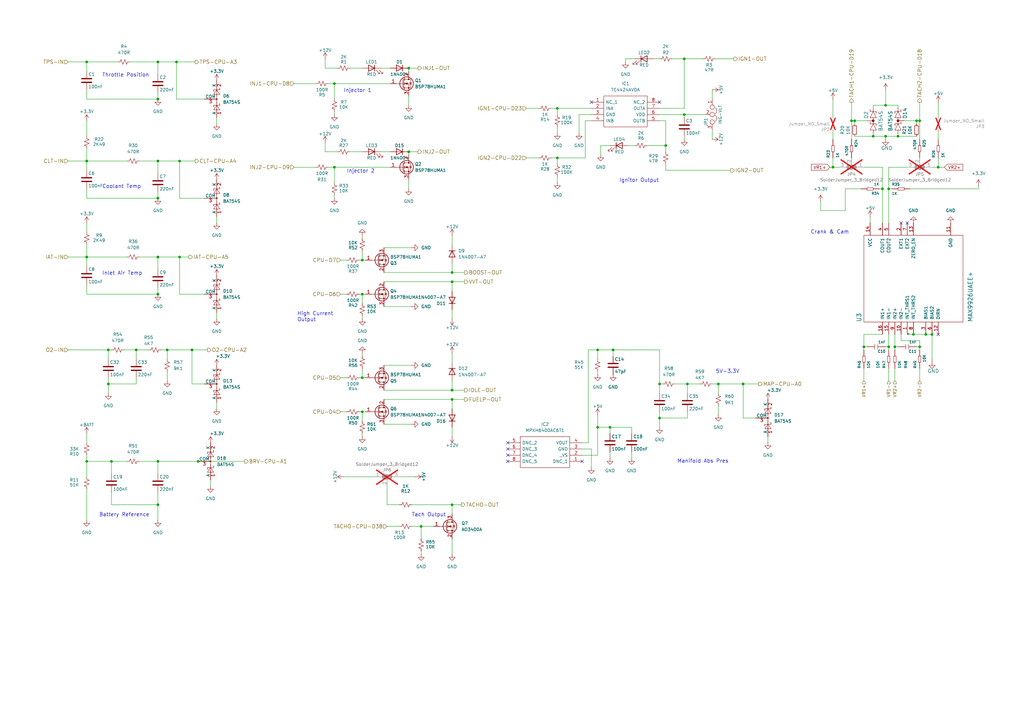
<source format=kicad_sch>
(kicad_sch (version 20231120) (generator "eeschema") (generator_version "8.0")
  (paper "A3")
  (title_block (title "NO2C STM32F") (date "2024-11-04") (rev "R02") (company "ICTAMKY") (comment 1 "Design by leevawns"))
  (lib_symbols
    (symbol "Device:C" (pin_numbers hide) (pin_names (offset 0.254))
      (property "Reference" "C" (at 0.635 2.54 0))
      (property "Value" "C" (at 0.635 -2.54 0))
      (symbol "C_1_1"
        (pin passive line (at 0 3.81 270) (length 2.794) (name "~") (number "1"))
        (pin passive line (at 0 -3.81 90) (length 2.794) (name "~") (number "2"))
      )
    )
    (symbol "Device:D" (pin_numbers hide) (pin_names (offset 1.016) hide)
      (property "Reference" "D" (at 0 2.54 0))
      (property "Value" "D" (at 0 -2.54 0))
      (symbol "D_1_1"
        (pin passive line (at -3.81 0 0) (length 2.54) (name "K") (number "1"))
        (pin passive line (at 3.81 0 180) (length 2.54) (name "A") (number "2"))
      )
    )
    (symbol "Device:LED" (pin_numbers hide) (pin_names (offset 1.016) hide)
      (property "Reference" "D" (at 0 2.54 0))
      (property "Value" "LED" (at 0 -2.54 0))
      (symbol "LED_1_1"
        (pin passive line (at -3.81 0 0) (length 2.54) (name "K") (number "1"))
        (pin passive line (at 3.81 0 180) (length 2.54) (name "A") (number "2"))
      )
    )
    (symbol "Device:Q_NMOS_GDS" (pin_names (offset 0) hide)
      (property "Reference" "Q" (at 5.08 1.27 0))
      (property "Value" "Q_NMOS_GDS" (at 5.08 -1.27 0))
      (symbol "Q_NMOS_GDS_1_1"
        (pin input line (at -5.08 0 0) (length 2.54) (name "G") (number "1"))
        (pin passive line (at 2.54 5.08 270) (length 2.54) (name "D") (number "2"))
        (pin passive line (at 2.54 -5.08 90) (length 2.54) (name "S") (number "3"))
      )
    )
    (symbol "Device:R_Small" (pin_numbers hide) (pin_names (offset 0.254) hide)
      (property "Reference" "R" (at 0.762 0.508 0))
      (property "Value" "R_Small" (at 0.762 -1.016 0))
      (symbol "R_Small_1_1"
        (pin passive line (at 0 2.54 270) (length 0.762) (name "~") (number "1"))
        (pin passive line (at 0 -2.54 90) (length 0.762) (name "~") (number "2"))
      )
    )
    (symbol "Device:R_Small_US" (pin_numbers hide) (pin_names (offset 0.254) hide)
      (property "Reference" "R" (at 0.762 0.508 0))
      (property "Value" "R_Small_US" (at 0.762 -1.016 0))
      (symbol "R_Small_US_1_1"
        (pin passive line (at 0 2.54 270) (length 1.016) (name "~") (number "1"))
        (pin passive line (at 0 -2.54 90) (length 1.016) (name "~") (number "2"))
      )
    )
    (symbol "Diode:BAT54S" (pin_names (offset 0))
      (property "Reference" "D" (at 2.54 -5.08 0))
      (property "Value" "BAT54S" (at -6.35 3.175 0))
      (symbol "BAT54S_1_1"
        (pin passive line (at -7.62 0 0) (length 3.81) (name "A") (number "1"))
        (pin passive line (at 7.62 0 180) (length 3.81) (name "K") (number "2"))
        (pin passive line (at 0 -5.08 90) (length 5.08) (name "COM") (number "3"))
      )
    )
    (symbol "ICTAMKY:1N4007-A7" (pin_numbers hide) (pin_names (offset 1.016) hide)
      (property "Reference" "D" (at 0 2.54 0))
      (property "Value" "1N4007-A7" (at 0 -2.54 0))
      (symbol "1N4007-A7_1_1"
        (pin passive line (at -3.81 0 0) (length 2.54) (name "K") (number "1"))
        (pin passive line (at 3.81 0 180) (length 2.54) (name "A") (number "2"))
      )
    )
    (symbol "NO2C-rescue:Jumper_NC_Dual-Device" (pin_names (offset 0.762) hide)
      (property "Reference" "JP" (at 1.27 -2.54 0))
      (property "Value" "Device_Jumper_NC_Dual" (at 0 2.54 0))
      (symbol "Jumper_NC_Dual-Device_0_1"
        (pin passive line (at -6.35 0 0) (length 2.413) (name "1") (number "1"))
        (pin passive line (at 0 -2.54 90) (length 1.524) (name "2") (number "2"))
        (pin passive line (at 6.35 0 180) (length 2.413) (name "3") (number "3"))
      )
    )
    (symbol "SamacSys_Parts:MPXH6400AC6T1" (pin_names (offset 0.762))
      (property "Reference" "IC" (at 26.67 7.62 0))
      (property "Value" "MPXH6400AC6T1" (at 26.67 5.08 0))
      (symbol "MPXH6400AC6T1_0_0"
        (pin passive line (at 30.48 -7.62 180) (length 5.08) (name "DNC_1") (number "1"))
        (pin passive line (at 30.48 -5.08 180) (length 5.08) (name "_VS") (number "2"))
        (pin passive line (at 30.48 -2.54 180) (length 5.08) (name "GND") (number "3"))
        (pin passive line (at 30.48 0 180) (length 5.08) (name "VOUT") (number "4"))
        (pin passive line (at 0 0 0) (length 5.08) (name "DNC_2") (number "5"))
        (pin passive line (at 0 -2.54 0) (length 5.08) (name "DNC_3") (number "6"))
        (pin passive line (at 0 -5.08 0) (length 5.08) (name "DNC_4") (number "7"))
        (pin passive line (at 0 -7.62 0) (length 5.08) (name "DNC_5") (number "8"))
      )
    )
    (symbol "SamacSys_Parts:TC4424AVOA" (pin_names (offset 0.762))
      (property "Reference" "IC" (at 24.13 7.62 0))
      (property "Value" "TC4424AVOA" (at 24.13 5.08 0))
      (symbol "TC4424AVOA_0_0"
        (pin passive line (at 0 0 0) (length 5.08) (name "NC_1") (number "1"))
        (pin passive line (at 0 -2.54 0) (length 5.08) (name "INA") (number "2"))
        (pin passive line (at 0 -5.08 0) (length 5.08) (name "GND") (number "3"))
        (pin passive line (at 0 -7.62 0) (length 5.08) (name "INB") (number "4"))
        (pin passive line (at 27.94 -7.62 180) (length 5.08) (name "OUTB") (number "5"))
        (pin passive line (at 27.94 -5.08 180) (length 5.08) (name "VDD") (number "6"))
        (pin passive line (at 27.94 -2.54 180) (length 5.08) (name "OUTA") (number "7"))
        (pin passive line (at 27.94 0 180) (length 5.08) (name "NC_2") (number "8"))
      )
    )
    (symbol "Speeduino_base-eagle-import:BAT54S" (pin_names (offset 1.016))
      (property "Reference" "D" (at 0.762 2.0066 0))
      (property "Value" "BAT54S" (at -4.318 -3.9624 0))
      (symbol "BAT54S_1_0"
        (pin passive line (at -5.08 0 0) (length 0) (name "A1") (number "1"))
        (pin passive line (at 5.08 0 180) (length 0) (name "C2") (number "2"))
        (pin passive line (at 0 2.54 270) (length 2.54) (name "C1A2") (number "3"))
      )
    )
    (symbol "Speeduino_base-eagle-import:CERAMIC-1NF-50V-5%-C0G(0603)" (pin_names (offset 1.016))
      (property "Reference" "C" (at -3.81 1.27 0))
      (property "Value" "CERAMIC-1NF-50V-5%-C0G(0603)" (at -3.81 -2.54 0))
      (symbol "CERAMIC-1NF-50V-5%-C0G(0603)_1_0"
        (pin passive line (at -3.81 0 0) (length 2.54) (name "1") (number "1"))
        (pin passive line (at 3.81 0 180) (length 2.54) (name "2") (number "2"))
      )
    )
    (symbol "Speeduino_base-eagle-import:GND" (power) (pin_names (offset 1.016))
      (property "Value" "GND" (at -1.905 -3.175 0))
      (symbol "GND_1_0"
        (pin power_in line (at 0 2.54 270) (length 2.54) (name "GND") (number "1"))
      )
    )
    (symbol "Speeduino_base-eagle-import:MAX9926UAEE+" (pin_names (offset 1.016))
      (property "Reference" "U" (at -17.78 21.3106 0))
      (property "Value" "MAX9926UAEE+" (at -17.78 -24.3332 0))
      (symbol "MAX9926UAEE+_1_0"
        (pin input line (at -22.86 2.54 0) (length 5.08) (name "INT_THRS1") (number "1"))
        (pin input line (at -22.86 5.08 0) (length 5.08) (name "IN2-") (number "10"))
        (pin power_in line (at 22.86 -15.24 180) (length 5.08) (name "GND") (number "11"))
        (pin bidirectional line (at -22.86 -10.16 0) (length 5.08) (name "DIRN") (number "12"))
        (pin bidirectional line (at 22.86 0 180) (length 5.08) (name "ZERO_EN") (number "13"))
        (pin power_in line (at 22.86 17.78 180) (length 5.08) (name "VCC") (number "14"))
        (pin input line (at -22.86 10.16 0) (length 5.08) (name "IN1-") (number "15"))
        (pin input line (at -22.86 12.7 0) (length 5.08) (name "IN1+") (number "16"))
        (pin bidirectional line (at 22.86 5.08 180) (length 5.08) (name "EXT1") (number "2"))
        (pin bidirectional line (at -22.86 -5.08 0) (length 5.08) (name "BIAS1") (number "3"))
        (pin output line (at 22.86 12.7 180) (length 5.08) (name "COUT1") (number "4"))
        (pin output line (at 22.86 10.16 180) (length 5.08) (name "COUT2") (number "5"))
        (pin bidirectional line (at -22.86 -7.62 0) (length 5.08) (name "BIAS2") (number "6"))
        (pin bidirectional line (at 22.86 2.54 180) (length 5.08) (name "EXT2") (number "7"))
        (pin input line (at -22.86 0 0) (length 5.08) (name "INT_THRS2") (number "8"))
        (pin input line (at -22.86 7.62 0) (length 5.08) (name "IN2+") (number "9"))
      )
    )
    (symbol "Speeduino_base-eagle-import:SMD-RES-470R-5%-1_10W(0603)" (pin_names (offset 1.016))
      (property "Reference" "R" (at -3.81 1.27 0))
      (property "Value" "SMD-RES-470R-5%-1_10W(0603)" (at -3.81 -2.54 0))
      (symbol "SMD-RES-470R-5%-1_10W(0603)_1_0"
        (pin passive line (at -3.81 0 0) (length 2.54) (name "1") (number "1"))
        (pin passive line (at 3.81 0 180) (length 2.54) (name "2") (number "2"))
      )
    )
    (symbol "Speeduino_base-rescue:Jumper_NO_Small-Device" (pin_numbers hide) (pin_names (offset 0.762) hide)
      (property "Reference" "JP" (at 0 2.032 0))
      (property "Value" "Device_Jumper_NO_Small" (at 0.254 -1.524 0))
      (symbol "Jumper_NO_Small-Device_0_1"
        (pin passive line (at -2.54 0 0) (length 1.016) (name "1") (number "1"))
        (pin passive line (at 2.54 0 180) (length 1.016) (name "2") (number "2"))
      )
    )
    (symbol "Speeduino_base-rescue:SolderJumper_3_Bridged12-Jumper" (pin_names (offset 0) hide)
      (property "Reference" "JP" (at -2.54 -2.54 0))
      (property "Value" "Jumper_SolderJumper_3_Bridged12" (at 0 2.794 0))
      (symbol "SolderJumper_3_Bridged12-Jumper_1_1"
        (pin passive line (at -5.08 0 0) (length 2.54) (name "A") (number "1"))
        (pin input line (at 0 -3.81 90) (length 2.54) (name "C") (number "2"))
        (pin passive line (at 5.08 0 180) (length 2.54) (name "B") (number "3"))
      )
    )
    (symbol "Transistor_FET:AO3400A" (pin_names hide)
      (property "Reference" "Q" (at 5.08 1.905 0))
      (property "Value" "AO3400A" (at 5.08 0 0))
      (symbol "AO3400A_1_1"
        (pin input line (at -5.08 0 0) (length 2.54) (name "G") (number "1"))
        (pin passive line (at 2.54 -5.08 90) (length 2.54) (name "S") (number "2"))
        (pin passive line (at 2.54 5.08 270) (length 2.54) (name "D") (number "3"))
      )
    )
    (symbol "power:+12V" (power) (pin_numbers hide) (pin_names (offset 0) hide)
      (property "Value" "+12V" (at 0 3.556 0))
      (symbol "+12V_1_1"
        (pin power_in line (at 0 0 90) (length 0) (name "~") (number "1"))
      )
    )
    (symbol "power:+3.3V" (power) (pin_numbers hide) (pin_names (offset 0) hide)
      (property "Value" "+3.3V" (at 0 3.556 0))
      (symbol "+3.3V_1_1"
        (pin power_in line (at 0 0 90) (length 0) (name "~") (number "1"))
      )
    )
    (symbol "power:+5V" (power) (pin_numbers hide) (pin_names (offset 0) hide)
      (property "Value" "+5V" (at 0 3.556 0))
      (symbol "+5V_1_1"
        (pin power_in line (at 0 0 90) (length 0) (name "~") (number "1"))
      )
    )
    (symbol "power:+BATT" (power) (pin_names (offset 0))
      (property "Value" "+BATT" (at 0 3.556 0))
      (symbol "+BATT_1_1"
        (pin power_in line (at 0 0 90) (length 0) hide (name "+BATT") (number "1"))
      )
    )
    (symbol "power:GND" (power) (pin_numbers hide) (pin_names (offset 0) hide)
      (property "Value" "GND" (at 0 -3.81 0))
      (symbol "GND_1_1"
        (pin power_in line (at 0 0 270) (length 0) (name "~") (number "1"))
      )
    )
  )
  (junction (at 72.39 25.4))
  (junction (at 137.16 68.58))
  (junction (at 245.11 143.51))
  (junction (at 377.19 142.24))
  (junction (at 64.77 81.28))
  (junction (at 81.28 189.23))
  (junction (at 363.22 55.88))
  (junction (at 364.49 142.24))
  (junction (at 64.77 120.65))
  (junction (at 379.73 137.16))
  (junction (at 167.64 27.94))
  (junction (at 35.56 189.23))
  (junction (at 73.66 66.04))
  (junction (at 374.65 137.16))
  (junction (at 64.77 66.04))
  (junction (at 185.42 111.76))
  (junction (at 35.56 105.41))
  (junction (at 361.95 77.47))
  (junction (at 64.77 105.41))
  (junction (at 382.27 137.16))
  (junction (at 55.88 143.51))
  (junction (at 172.72 215.9))
  (junction (at 185.42 160.02))
  (junction (at 368.3 55.88))
  (junction (at 148.59 120.65))
  (junction (at 367.03 142.24))
  (junction (at 304.8 157.48))
  (junction (at 341.63 68.58))
  (junction (at 228.6 44.45))
  (junction (at 245.11 175.26))
  (junction (at 64.77 207.01))
  (junction (at 44.45 157.48))
  (junction (at 250.19 175.26))
  (junction (at 363.22 43.18))
  (junction (at 64.77 189.23))
  (junction (at 358.14 55.88))
  (junction (at 137.16 34.29))
  (junction (at 251.46 143.51))
  (junction (at 294.64 157.48))
  (junction (at 45.72 189.23))
  (junction (at 349.25 49.53))
  (junction (at 185.42 207.01))
  (junction (at 148.59 154.94))
  (junction (at 148.59 106.68))
  (junction (at 148.59 168.91))
  (junction (at 375.92 49.53))
  (junction (at 64.77 25.4))
  (junction (at 68.58 143.51))
  (junction (at 350.52 49.53))
  (junction (at 354.33 142.24))
  (junction (at 273.05 59.69))
  (junction (at 280.67 24.13))
  (junction (at 35.56 25.4))
  (junction (at 78.74 143.51))
  (junction (at 364.49 77.47))
  (junction (at 280.67 46.99))
  (junction (at 185.42 163.83))
  (junction (at 384.81 68.58))
  (junction (at 377.19 49.53))
  (junction (at 270.51 157.48))
  (junction (at 44.45 143.51))
  (junction (at 35.56 66.04))
  (junction (at 281.94 157.48))
  (junction (at 185.42 115.57))
  (junction (at 167.64 62.23))
  (junction (at 270.51 171.45))
  (junction (at 228.6 64.77))
  (junction (at 64.77 40.64))
  (junction (at 73.66 105.41))
  (no_connect (at 208.28 181.61))
  (no_connect (at 208.28 189.23))
  (no_connect (at 238.76 189.23))
  (no_connect (at 270.51 41.91))
  (no_connect (at 384.81 137.16))
  (no_connect (at 208.28 186.69))
  (no_connect (at 369.57 91.44))
  (no_connect (at 372.11 91.44))
  (no_connect (at 208.28 184.15))
  (no_connect (at 242.57 41.91))
  (wire (pts (xy 189.23 207.01) (xy 185.42 207.01)))
  (wire (pts (xy 271.78 157.48) (xy 270.51 157.48)))
  (wire (pts (xy 354.33 142.24) (xy 354.33 143.51)))
  (wire (pts (xy 250.19 177.8) (xy 250.19 175.26)))
  (wire (pts (xy 139.7 168.91) (xy 142.24 168.91)))
  (wire (pts (xy 369.57 137.16) (xy 369.57 139.7)))
  (wire (pts (xy 346.71 86.36) (xy 346.71 77.47)))
  (wire (pts (xy 168.91 207.01) (xy 185.42 207.01)))
  (wire (pts (xy 185.42 130.81) (xy 185.42 127)))
  (wire (pts (xy 185.42 167.64) (xy 185.42 163.83)))
  (wire (pts (xy 355.6 49.53) (xy 350.52 49.53)))
  (wire (pts (xy 257.81 59.69) (xy 260.35 59.69)))
  (wire (pts (xy 86.36 196.85) (xy 86.36 199.39)))
  (wire (pts (xy 148.59 146.05) (xy 148.59 144.78)))
  (wire (pts (xy 185.42 111.76) (xy 190.5 111.76)))
  (wire (pts (xy 270.51 143.51) (xy 251.46 143.51)))
  (wire (pts (xy 157.48 125.73) (xy 168.91 125.73)))
  (wire (pts (xy 55.88 143.51) (xy 55.88 147.32)))
  (wire (pts (xy 35.56 81.28) (xy 64.77 81.28)))
  (wire (pts (xy 168.91 101.6) (xy 157.48 101.6)))
  (wire (pts (xy 273.05 69.85) (xy 299.72 69.85)))
  (wire (pts (xy 294.64 157.48) (xy 304.8 157.48)))
  (wire (pts (xy 270.51 46.99) (xy 280.67 46.99)))
  (wire (pts (xy 242.57 184.15) (xy 242.57 191.77)))
  (wire (pts (xy 355.6 142.24) (xy 354.33 142.24)))
  (wire (pts (xy 44.45 161.29) (xy 44.45 157.48)))
  (wire (pts (xy 185.42 119.38) (xy 185.42 115.57)))
  (wire (pts (xy 226.06 64.77) (xy 228.6 64.77)))
  (wire (pts (xy 387.35 68.58) (xy 384.81 68.58)))
  (wire (pts (xy 55.88 154.94) (xy 55.88 157.48)))
  (wire (pts (xy 88.9 165.1) (xy 88.9 167.64)))
  (wire (pts (xy 139.7 120.65) (xy 142.24 120.65)))
  (wire (pts (xy 185.42 115.57) (xy 190.5 115.57)))
  (wire (pts (xy 35.56 105.41) (xy 35.56 109.22)))
  (wire (pts (xy 363.22 55.88) (xy 358.14 55.88)))
  (wire (pts (xy 35.56 81.28) (xy 35.56 77.47)))
  (wire (pts (xy 55.88 143.51) (xy 60.96 143.51)))
  (wire (pts (xy 304.8 157.48) (xy 311.15 157.48)))
  (wire (pts (xy 292.1 157.48) (xy 294.64 157.48)))
  (wire (pts (xy 375.92 142.24) (xy 377.19 142.24)))
  (wire (pts (xy 314.96 179.07) (xy 314.96 181.61)))
  (wire (pts (xy 168.91 215.9) (xy 172.72 215.9)))
  (wire (pts (xy 147.32 106.68) (xy 148.59 106.68)))
  (wire (pts (xy 78.74 143.51) (xy 85.09 143.51)))
  (wire (pts (xy 143.51 62.23) (xy 148.59 62.23)))
  (wire (pts (xy 45.72 189.23) (xy 45.72 194.31)))
  (wire (pts (xy 172.72 215.9) (xy 172.72 220.98)))
  (wire (pts (xy 157.48 160.02) (xy 185.42 160.02)))
  (wire (pts (xy 358.14 43.18) (xy 358.14 44.45)))
  (wire (pts (xy 368.3 54.61) (xy 368.3 55.88)))
  (wire (pts (xy 133.35 62.23) (xy 138.43 62.23)))
  (wire (pts (xy 341.63 40.64) (xy 341.63 48.26)))
  (wire (pts (xy 45.72 189.23) (xy 52.07 189.23)))
  (wire (pts (xy 35.56 66.04) (xy 35.56 69.85)))
  (wire (pts (xy 346.71 77.47) (xy 353.06 77.47)))
  (wire (pts (xy 35.56 120.65) (xy 35.56 116.84)))
  (wire (pts (xy 157.48 173.99) (xy 168.91 173.99)))
  (wire (pts (xy 270.51 171.45) (xy 281.94 171.45)))
  (wire (pts (xy 167.64 62.23) (xy 167.64 63.5)))
  (wire (pts (xy 35.56 49.53) (xy 35.56 55.88)))
  (wire (pts (xy 401.32 76.2) (xy 401.32 77.47)))
  (wire (pts (xy 377.19 142.24) (xy 377.19 143.51)))
  (wire (pts (xy 88.9 88.9) (xy 88.9 91.44)))
  (wire (pts (xy 240.03 49.53) (xy 242.57 49.53)))
  (wire (pts (xy 379.73 137.16) (xy 382.27 137.16)))
  (wire (pts (xy 241.3 181.61) (xy 241.3 143.51)))
  (wire (pts (xy 377.19 41.91) (xy 377.19 49.53)))
  (wire (pts (xy 64.77 207.01) (xy 64.77 201.93)))
  (wire (pts (xy 228.6 44.45) (xy 228.6 46.99)))
  (wire (pts (xy 158.75 215.9) (xy 163.83 215.9)))
  (wire (pts (xy 238.76 181.61) (xy 241.3 181.61)))
  (wire (pts (xy 250.19 175.26) (xy 245.11 175.26)))
  (wire (pts (xy 27.94 25.4) (xy 35.56 25.4)))
  (wire (pts (xy 336.55 82.55) (xy 336.55 86.36)))
  (wire (pts (xy 68.58 143.51) (xy 78.74 143.51)))
  (wire (pts (xy 88.9 128.27) (xy 88.9 130.81)))
  (wire (pts (xy 280.67 57.15) (xy 280.67 55.88)))
  (wire (pts (xy 382.27 147.32) (xy 382.27 137.16)))
  (wire (pts (xy 35.56 100.33) (xy 35.56 105.41)))
  (wire (pts (xy 53.34 25.4) (xy 64.77 25.4)))
  (wire (pts (xy 273.05 49.53) (xy 273.05 59.69)))
  (wire (pts (xy 133.35 58.42) (xy 133.35 62.23)))
  (wire (pts (xy 350.52 50.8) (xy 350.52 49.53)))
  (wire (pts (xy 256.54 24.13) (xy 256.54 25.4)))
  (wire (pts (xy 358.14 54.61) (xy 358.14 55.88)))
  (wire (pts (xy 35.56 25.4) (xy 35.56 29.21)))
  (wire (pts (xy 88.9 48.26) (xy 88.9 50.8)))
  (wire (pts (xy 270.51 157.48) (xy 270.51 143.51)))
  (wire (pts (xy 185.42 160.02) (xy 190.5 160.02)))
  (wire (pts (xy 228.6 74.93) (xy 228.6 72.39)))
  (wire (pts (xy 78.74 157.48) (xy 83.82 157.48)))
  (wire (pts (xy 251.46 143.51) (xy 251.46 146.05)))
  (wire (pts (xy 340.36 68.58) (xy 341.63 68.58)))
  (wire (pts (xy 281.94 157.48) (xy 287.02 157.48)))
  (wire (pts (xy 134.62 34.29) (xy 137.16 34.29)))
  (wire (pts (xy 241.3 143.51) (xy 245.11 143.51)))
  (wire (pts (xy 344.17 68.58) (xy 341.63 68.58)))
  (wire (pts (xy 215.9 64.77) (xy 220.98 64.77)))
  (wire (pts (xy 35.56 60.96) (xy 35.56 66.04)))
  (wire (pts (xy 44.45 157.48) (xy 55.88 157.48)))
  (wire (pts (xy 245.11 152.4) (xy 245.11 153.67)))
  (wire (pts (xy 238.76 184.15) (xy 242.57 184.15)))
  (wire (pts (xy 120.65 34.29) (xy 129.54 34.29)))
  (wire (pts (xy 35.56 25.4) (xy 48.26 25.4)))
  (wire (pts (xy 185.42 207.01) (xy 185.42 210.82)))
  (wire (pts (xy 360.68 77.47) (xy 361.95 77.47)))
  (wire (pts (xy 137.16 34.29) (xy 137.16 40.64)))
  (wire (pts (xy 377.19 49.53) (xy 377.19 57.15)))
  (wire (pts (xy 64.77 105.41) (xy 64.77 110.49)))
  (wire (pts (xy 245.11 175.26) (xy 245.11 170.18)))
  (wire (pts (xy 167.64 77.47) (xy 167.64 73.66)))
  (wire (pts (xy 35.56 105.41) (xy 52.07 105.41)))
  (wire (pts (xy 137.16 68.58) (xy 137.16 74.93)))
  (wire (pts (xy 294.64 161.29) (xy 294.64 157.48)))
  (wire (pts (xy 133.35 24.13) (xy 133.35 27.94)))
  (wire (pts (xy 270.51 49.53) (xy 273.05 49.53)))
  (wire (pts (xy 250.19 59.69) (xy 246.38 59.69)))
  (wire (pts (xy 368.3 55.88) (xy 363.22 55.88)))
  (wire (pts (xy 265.43 59.69) (xy 273.05 59.69)))
  (wire (pts (xy 64.77 40.64) (xy 64.77 38.1)))
  (wire (pts (xy 163.83 207.01) (xy 158.75 207.01)))
  (wire (pts (xy 245.11 143.51) (xy 245.11 147.32)))
  (wire (pts (xy 57.15 189.23) (xy 64.77 189.23)))
  (wire (pts (xy 341.63 57.15) (xy 341.63 53.34)))
  (wire (pts (xy 157.48 163.83) (xy 185.42 163.83)))
  (wire (pts (xy 35.56 186.69) (xy 35.56 189.23)))
  (wire (pts (xy 259.08 187.96) (xy 259.08 185.42)))
  (wire (pts (xy 133.35 27.94) (xy 138.43 27.94)))
  (wire (pts (xy 167.64 43.18) (xy 167.64 39.37)))
  (wire (pts (xy 292.1 40.64) (xy 292.1 36.83)))
  (wire (pts (xy 228.6 44.45) (xy 242.57 44.45)))
  (wire (pts (xy 259.08 175.26) (xy 250.19 175.26)))
  (wire (pts (xy 35.56 189.23) (xy 35.56 195.58)))
  (wire (pts (xy 270.51 44.45) (xy 280.67 44.45)))
  (wire (pts (xy 35.56 66.04) (xy 52.07 66.04)))
  (wire (pts (xy 185.42 96.52) (xy 185.42 100.33)))
  (wire (pts (xy 368.3 43.18) (xy 363.22 43.18)))
  (wire (pts (xy 148.59 168.91) (xy 148.59 172.72)))
  (wire (pts (xy 185.42 107.95) (xy 185.42 111.76)))
  (wire (pts (xy 365.76 77.47) (xy 364.49 77.47)))
  (wire (pts (xy 137.16 34.29) (xy 160.02 34.29)))
  (wire (pts (xy 185.42 156.21) (xy 185.42 160.02)))
  (wire (pts (xy 72.39 25.4) (xy 80.01 25.4)))
  (wire (pts (xy 370.84 49.53) (xy 375.92 49.53)))
  (wire (pts (xy 64.77 105.41) (xy 73.66 105.41)))
  (wire (pts (xy 83.82 81.28) (xy 73.66 81.28)))
  (wire (pts (xy 238.76 186.69) (xy 245.11 186.69)))
  (wire (pts (xy 148.59 168.91) (xy 149.86 168.91)))
  (wire (pts (xy 237.49 46.99) (xy 242.57 46.99)))
  (wire (pts (xy 147.32 120.65) (xy 148.59 120.65)))
  (wire (pts (xy 276.86 157.48) (xy 281.94 157.48)))
  (wire (pts (xy 68.58 147.32) (xy 68.58 143.51)))
  (wire (pts (xy 375.92 55.88) (xy 368.3 55.88)))
  (wire (pts (xy 350.52 49.53) (xy 349.25 49.53)))
  (wire (pts (xy 350.52 55.88) (xy 358.14 55.88)))
  (wire (pts (xy 228.6 64.77) (xy 228.6 67.31)))
  (wire (pts (xy 168.91 149.86) (xy 157.48 149.86)))
  (wire (pts (xy 139.7 106.68) (xy 142.24 106.68)))
  (wire (pts (xy 294.64 170.18) (xy 294.64 166.37)))
  (wire (pts (xy 137.16 80.01) (xy 137.16 81.28)))
  (wire (pts (xy 364.49 77.47) (xy 364.49 91.44)))
  (wire (pts (xy 260.35 24.13) (xy 256.54 24.13)))
  (wire (pts (xy 35.56 120.65) (xy 64.77 120.65)))
  (wire (pts (xy 68.58 156.21) (xy 68.58 152.4)))
  (wire (pts (xy 148.59 97.79) (xy 148.59 96.52)))
  (wire (pts (xy 373.38 77.47) (xy 401.32 77.47)))
  (wire (pts (xy 304.8 171.45) (xy 309.88 171.45)))
  (wire (pts (xy 246.38 59.69) (xy 246.38 63.5)))
  (wire (pts (xy 384.81 41.91) (xy 384.81 48.26)))
  (wire (pts (xy 367.03 142.24) (xy 367.03 143.51)))
  (wire (pts (xy 44.45 154.94) (xy 44.45 157.48)))
  (wire (pts (xy 375.92 49.53) (xy 377.19 49.53)))
  (wire (pts (xy 27.94 66.04) (xy 35.56 66.04)))
  (wire (pts (xy 363.22 142.24) (xy 364.49 142.24)))
  (wire (pts (xy 140.97 195.58) (xy 153.67 195.58)))
  (wire (pts (xy 148.59 154.94) (xy 149.86 154.94)))
  (wire (pts (xy 171.45 62.23) (xy 167.64 62.23)))
  (wire (pts (xy 27.94 143.51) (xy 44.45 143.51)))
  (wire (pts (xy 364.49 143.51) (xy 364.49 142.24)))
  (wire (pts (xy 354.33 137.16) (xy 354.33 142.24)))
  (wire (pts (xy 377.19 139.7) (xy 377.19 142.24)))
  (wire (pts (xy 270.51 168.91) (xy 270.51 171.45)))
  (wire (pts (xy 45.72 143.51) (xy 44.45 143.51)))
  (wire (pts (xy 336.55 86.36) (xy 346.71 86.36)))
  (wire (pts (xy 375.92 50.8) (xy 375.92 49.53)))
  (wire (pts (xy 73.66 105.41) (xy 77.47 105.41)))
  (wire (pts (xy 364.49 77.47) (xy 364.49 68.58)))
  (wire (pts (xy 259.08 177.8) (xy 259.08 175.26)))
  (wire (pts (xy 367.03 156.21) (xy 367.03 151.13)))
  (wire (pts (xy 143.51 27.94) (xy 148.59 27.94)))
  (wire (pts (xy 64.77 118.11) (xy 64.77 120.65)))
  (wire (pts (xy 64.77 78.74) (xy 64.77 81.28)))
  (wire (pts (xy 35.56 177.8) (xy 35.56 181.61)))
  (wire (pts (xy 35.56 36.83) (xy 35.56 40.64)))
  (wire (pts (xy 167.64 27.94) (xy 167.64 29.21)))
  (wire (pts (xy 304.8 157.48) (xy 304.8 171.45)))
  (wire (pts (xy 237.49 54.61) (xy 237.49 46.99)))
  (wire (pts (xy 64.77 66.04) (xy 73.66 66.04)))
  (wire (pts (xy 280.67 24.13) (xy 288.29 24.13)))
  (wire (pts (xy 293.37 24.13) (xy 300.99 24.13)))
  (wire (pts (xy 64.77 189.23) (xy 81.28 189.23)))
  (wire (pts (xy 57.15 66.04) (xy 64.77 66.04)))
  (wire (pts (xy 281.94 157.48) (xy 281.94 161.29)))
  (wire (pts (xy 73.66 105.41) (xy 73.66 120.65)))
  (wire (pts (xy 64.77 66.04) (xy 64.77 71.12)))
  (wire (pts (xy 384.81 57.15) (xy 384.81 53.34)))
  (wire (pts (xy 134.62 68.58) (xy 137.16 68.58)))
  (wire (pts (xy 137.16 68.58) (xy 160.02 68.58)))
  (wire (pts (xy 35.56 200.66) (xy 35.56 213.36)))
  (wire (pts (xy 270.51 157.48) (xy 270.51 161.29)))
  (wire (pts (xy 364.49 68.58) (xy 372.11 68.58)))
  (wire (pts (xy 280.67 48.26) (xy 280.67 46.99)))
  (wire (pts (xy 64.77 207.01) (xy 64.77 213.36)))
  (wire (pts (xy 185.42 220.98) (xy 185.42 227.33)))
  (wire (pts (xy 364.49 156.21) (xy 364.49 151.13)))
  (wire (pts (xy 73.66 66.04) (xy 73.66 81.28)))
  (wire (pts (xy 158.75 207.01) (xy 158.75 199.39)))
  (wire (pts (xy 280.67 24.13) (xy 275.59 24.13)))
  (wire (pts (xy 267.97 24.13) (xy 270.51 24.13)))
  (wire (pts (xy 35.56 91.44) (xy 35.56 95.25)))
  (wire (pts (xy 78.74 143.51) (xy 78.74 157.48)))
  (wire (pts (xy 363.22 36.83) (xy 363.22 43.18)))
  (wire (pts (xy 171.45 27.94) (xy 167.64 27.94)))
  (wire (pts (xy 35.56 189.23) (xy 45.72 189.23)))
  (wire (pts (xy 361.95 77.47) (xy 361.95 91.44)))
  (wire (pts (xy 368.3 142.24) (xy 367.03 142.24)))
  (wire (pts (xy 83.82 40.64) (xy 72.39 40.64)))
  (wire (pts (xy 148.59 120.65) (xy 149.86 120.65)))
  (wire (pts (xy 27.94 105.41) (xy 35.56 105.41)))
  (wire (pts (xy 341.63 68.58) (xy 341.63 64.77)))
  (wire (pts (xy 83.82 120.65) (xy 73.66 120.65)))
  (wire (pts (xy 172.72 215.9) (xy 177.8 215.9)))
  (wire (pts (xy 163.83 195.58) (xy 170.18 195.58)))
  (wire (pts (xy 273.05 67.31) (xy 273.05 69.85)))
  (wire (pts (xy 64.77 25.4) (xy 64.77 30.48)))
  (wire (pts (xy 280.67 46.99) (xy 289.56 46.99)))
  (wire (pts (xy 120.65 68.58) (xy 129.54 68.58)))
  (wire (pts (xy 64.77 189.23) (xy 64.77 194.31)))
  (wire (pts (xy 281.94 168.91) (xy 281.94 171.45)))
  (wire (pts (xy 160.02 27.94) (xy 156.21 27.94)))
  (wire (pts (xy 185.42 144.78) (xy 185.42 148.59)))
  (wire (pts (xy 382.27 68.58) (xy 384.81 68.58)))
  (wire (pts (xy 72.39 40.64) (xy 72.39 25.4)))
  (wire (pts (xy 157.48 115.57) (xy 185.42 115.57)))
  (wire (pts (xy 157.48 111.76) (xy 185.42 111.76)))
  (wire (pts (xy 226.06 44.45) (xy 228.6 44.45)))
  (wire (pts (xy 57.15 105.41) (xy 64.77 105.41)))
  (wire (pts (xy 148.59 177.8) (xy 148.59 179.07)))
  (wire (pts (xy 245.11 186.69) (xy 245.11 175.26)))
  (wire (pts (xy 356.87 88.9) (xy 356.87 91.44)))
  (wire (pts (xy 148.59 154.94) (xy 148.59 151.13)))
  (wire (pts (xy 73.66 66.04) (xy 80.01 66.04)))
  (wire (pts (xy 270.51 175.26) (xy 270.51 171.45)))
  (wire (pts (xy 240.03 64.77) (xy 240.03 49.53)))
  (wire (pts (xy 364.49 137.16) (xy 364.49 142.24)))
  (wire (pts (xy 368.3 44.45) (xy 368.3 43.18)))
  (wire (pts (xy 148.59 106.68) (xy 149.86 106.68)))
  (wire (pts (xy 139.7 154.94) (xy 142.24 154.94)))
  (wire (pts (xy 228.6 64.77) (xy 240.03 64.77)))
  (wire (pts (xy 215.9 44.45) (xy 220.98 44.45)))
  (wire (pts (xy 147.32 168.91) (xy 148.59 168.91)))
  (wire (pts (xy 185.42 179.07) (xy 185.42 175.26)))
  (wire (pts (xy 35.56 40.64) (xy 64.77 40.64)))
  (wire (pts (xy 64.77 25.4) (xy 72.39 25.4)))
  (wire (pts (xy 354.33 68.58) (xy 361.95 68.58)))
  (wire (pts (xy 185.42 163.83) (xy 190.5 163.83)))
  (wire (pts (xy 361.95 137.16) (xy 354.33 137.16)))
  (wire (pts (xy 377.19 156.21) (xy 377.19 151.13)))
  (wire (pts (xy 148.59 129.54) (xy 148.59 130.81)))
  (wire (pts (xy 147.32 154.94) (xy 148.59 154.94)))
  (wire (pts (xy 228.6 54.61) (xy 228.6 52.07)))
  (wire (pts (xy 44.45 143.51) (xy 44.45 147.32)))
  (wire (pts (xy 349.25 41.91) (xy 349.25 49.53)))
  (wire (pts (xy 45.72 207.01) (xy 45.72 201.93)))
  (wire (pts (xy 369.57 139.7) (xy 377.19 139.7)))
  (wire (pts (xy 349.25 57.15) (xy 349.25 49.53)))
  (wire (pts (xy 66.04 143.51) (xy 68.58 143.51)))
  (wire (pts (xy 361.95 68.58) (xy 361.95 77.47)))
  (wire (pts (xy 374.65 137.16) (xy 379.73 137.16)))
  (wire (pts (xy 280.67 44.45) (xy 280.67 24.13)))
  (wire (pts (xy 137.16 45.72) (xy 137.16 46.99)))
  (wire (pts (xy 81.28 189.23) (xy 100.33 189.23)))
  (wire (pts (xy 367.03 137.16) (xy 367.03 142.24)))
  (wire (pts (xy 354.33 156.21) (xy 354.33 151.13)))
  (wire (pts (xy 148.59 102.87) (xy 148.59 106.68)))
  (wire (pts (xy 148.59 120.65) (xy 148.59 124.46)))
  (wire (pts (xy 273.05 59.69) (xy 273.05 62.23)))
  (wire (pts (xy 45.72 207.01) (xy 64.77 207.01)))
  (wire (pts (xy 160.02 62.23) (xy 156.21 62.23)))
  (wire (pts (xy 292.1 53.34) (xy 292.1 57.15)))
  (wire (pts (xy 384.81 68.58) (xy 384.81 64.77)))
  (wire (pts (xy 245.11 143.51) (xy 251.46 143.51)))
  (wire (pts (xy 250.19 187.96) (xy 250.19 185.42)))
  (wire (pts (xy 363.22 43.18) (xy 358.14 43.18)))
  (wire (pts (xy 50.8 143.51) (xy 55.88 143.51)))
  (wire (pts (xy 372.11 137.16) (xy 374.65 137.16)))
  (wire (pts (xy 172.72 226.06) (xy 172.72 227.33)))
  (text "Manifold Abs Pres" (at 288.29 189.23 0) (effects (font (size 1.524 1.524))))
  (text "Throttle Position" (at 41.91 31.75 0) (effects (font (size 1.524 1.524)) (justify left bottom)))
  (text "High Current\nOutput" (at 121.92 132.08 0) (effects (font (size 1.524 1.524)) (justify left bottom)))
  (text "Tach Output" (at 182.88 212.09 0) (effects (font (size 1.524 1.524)) (justify right bottom)))
  (text "5V-3.3V" (at 298.45 152.4 0) (effects (font (size 1.524 1.524))))
  (text "Injector 2" (at 142.24 71.12 0) (effects (font (size 1.524 1.524)) (justify left bottom)))
  (text "Battery Reference" (at 40.64 212.09 0) (effects (font (size 1.524 1.524)) (justify left bottom)))
  (text "Coolant Temp" (at 41.91 77.47 0) (effects (font (size 1.524 1.524)) (justify left bottom)))
  (text "Ignitor Output" (at 254 74.93 0) (effects (font (size 1.524 1.524)) (justify left bottom)))
  (text "Crank & Cam" (at 340.36 95.25 0) (effects (font (size 1.524 1.524))))
  (text "Injector 1" (at 140.97 38.1 0) (effects (font (size 1.524 1.524)) (justify left bottom)))
  (text "Inlet Air Temp" (at 41.91 113.03 0) (effects (font (size 1.524 1.524)) (justify left bottom)))
  (label "GND" (at 372.11 137.16 0) (effects (font (size 0.254 0.254))))
  (global_label "VR1+" (shape input) (at 340.36 68.58 180) (property "Intersheetrefs" "${INTERSHEET_REFS}" (effects (hide yes))))
  (global_label "VR2+" (shape input) (at 387.35 68.58 0) (property "Intersheetrefs" "${INTERSHEET_REFS}" (effects (hide yes))))
  (hierarchical_label "TACH1-CPU-D19" (shape output) (at 349.25 41.91 90) (effects (font (size 1.524 1.524))))
  (hierarchical_label "TACH2-CPU-D18" (shape output) (at 377.19 41.91 90) (effects (font (size 1.524 1.524))))
  (hierarchical_label "MAP-CPU-A0" (shape output) (at 311.15 157.48 0) (effects (font (size 1.524 1.524))))
  (hierarchical_label "IAT-IN" (shape input) (at 27.94 105.41 180) (effects (font (size 1.524 1.524))))
  (hierarchical_label "IGN2-OUT" (shape output) (at 299.72 69.85 0) (effects (font (size 1.524 1.524))))
  (hierarchical_label "CLT-CPU-A4" (shape output) (at 80.01 66.04 0) (effects (font (size 1.524 1.524))))
  (hierarchical_label "VR1+" (shape input) (at 354.33 156.21 270))
  (hierarchical_label "BOOST-OUT" (shape output) (at 190.5 111.76 0) (effects (font (size 1.524 1.524))))
  (hierarchical_label "CPU-D6" (shape input) (at 139.7 120.65 180) (effects (font (size 1.524 1.524))))
  (hierarchical_label "O2-IN" (shape input) (at 27.94 143.51 180) (effects (font (size 1.524 1.524))))
  (hierarchical_label "FUELP-OUT" (shape output) (at 190.5 163.83 0) (effects (font (size 1.524 1.524))))
  (hierarchical_label "VR2-" (shape input) (at 377.19 156.21 270))
  (hierarchical_label "IGN1-CPU-D23" (shape input) (at 215.9 44.45 180) (effects (font (size 1.524 1.524))))
  (hierarchical_label "TACHO-CPU-D38" (shape input) (at 158.75 215.9 180) (effects (font (size 1.524 1.524))))
  (hierarchical_label "BRV-CPU-A1" (shape output) (at 100.33 189.23 0) (effects (font (size 1.524 1.524))))
  (hierarchical_label "CPU-D7" (shape input) (at 139.7 106.68 180) (effects (font (size 1.524 1.524))))
  (hierarchical_label "CPU-D4" (shape input) (at 139.7 168.91 180) (effects (font (size 1.524 1.524))))
  (hierarchical_label "IDLE-OUT" (shape output) (at 190.5 160.02 0) (effects (font (size 1.524 1.524))))
  (hierarchical_label "VR1-" (shape input) (at 364.49 156.21 270))
  (hierarchical_label "INJ2-CPU-D9" (shape input) (at 120.65 68.58 180) (effects (font (size 1.524 1.524))))
  (hierarchical_label "IAT-CPU-A5" (shape output) (at 77.47 105.41 0) (effects (font (size 1.524 1.524))))
  (hierarchical_label "IGN1-OUT" (shape output) (at 300.99 24.13 0) (effects (font (size 1.524 1.524))))
  (hierarchical_label "O2-CPU-A2" (shape output) (at 85.09 143.51 0) (effects (font (size 1.524 1.524))))
  (hierarchical_label "TPS-IN" (shape input) (at 27.94 25.4 180) (effects (font (size 1.524 1.524))))
  (hierarchical_label "INJ1-OUT" (shape output) (at 171.45 27.94 0) (effects (font (size 1.524 1.524))))
  (hierarchical_label "TPS-CPU-A3" (shape output) (at 80.01 25.4 0) (effects (font (size 1.524 1.524))))
  (hierarchical_label "CPU-D5" (shape input) (at 139.7 154.94 180) (effects (font (size 1.524 1.524))))
  (hierarchical_label "TACHO-OUT" (shape output) (at 189.23 207.01 0) (effects (font (size 1.524 1.524))))
  (hierarchical_label "IGN2-CPU-D22" (shape input) (at 215.9 64.77 180) (effects (font (size 1.524 1.524))))
  (hierarchical_label "INJ1-CPU-D8" (shape input) (at 120.65 34.29 180) (effects (font (size 1.524 1.524))))
  (hierarchical_label "INJ2-OUT" (shape output) (at 171.45 62.23 0) (effects (font (size 1.524 1.524))))
  (hierarchical_label "VR2+" (shape input) (at 367.03 156.21 270))
  (hierarchical_label "VVT-OUT" (shape output) (at 190.5 115.57 0) (effects (font (size 1.524 1.524))))
  (hierarchical_label "CLT-IN" (shape input) (at 27.94 66.04 180) (effects (font (size 1.524 1.524))))
  (symbol (lib_id "Device:R_Small_US") (at 35.56 97.79 0) (unit 1)
    (property "Reference" "R9" (at 40.64 96.52 0))
    (property "Value" "2K49" (at 40.64 98.552 0))
    (property "Footprint" "Resistor_SMD:R_0603_1608Metric" (effects (hide yes)))
    (property "LCSC Part" "C22908" (effects (hide yes)))
  )
  (symbol (lib_id "Device:C") (at 45.72 198.12 0) (unit 1)
    (property "Reference" "C19" (at 46.355 195.58 0) (effects (justify left)))
    (property "Value" "100nF" (at 46.355 200.66 0) (effects (justify left)))
    (property "Footprint" "Capacitor_SMD:C_0603_1608Metric" (effects (hide yes)))
    (property "LCSC Part" "C14663" (effects (hide yes)))
    (property "MPN" "CC0603KRX7R9BB104" (effects (hide yes)))
  )
  (symbol (lib_id "Device:C") (at 64.77 198.12 0) (unit 1)
    (property "Reference" "C20" (at 65.405 195.58 0) (effects (justify left)))
    (property "Value" "220nF" (at 65.405 200.66 0) (effects (justify left)))
    (property "Footprint" "Capacitor_SMD:C_0603_1608Metric" (effects (hide yes)))
    (property "LCSC Part" "C107083" (effects (hide yes)))
    (property "MPN" "CC0603KRX7R9BB224" (effects (hide yes)))
  )
  (symbol (lib_id "Device:R_Small_US") (at 35.56 184.15 0) (unit 1)
    (property "Reference" "R10" (at 30.48 186.182 0))
    (property "Value" "33K" (at 30.48 184.15 0))
    (property "Footprint" "Resistor_SMD:R_0603_1608Metric" (effects (hide yes)))
    (property "LCSC Part" "C4216" (effects (hide yes)))
  )
  (symbol (lib_id "Device:C") (at 250.19 181.61 0) (unit 1)
    (property "Reference" "C17" (at 250.825 179.07 0) (effects (justify left)))
    (property "Value" "100nF" (at 250.825 184.15 0) (effects (justify left)))
    (property "Footprint" "Capacitor_SMD:C_0603_1608Metric" (effects (hide yes)))
    (property "LCSC Part" "C14663" (effects (hide yes)))
    (property "MPN" "CC0603KRX7R9BB104" (effects (hide yes)))
  )
  (symbol (lib_id "Device:C") (at 259.08 181.61 0) (unit 1)
    (property "Reference" "C18" (at 259.715 179.07 0) (effects (justify left)))
    (property "Value" "100nF" (at 259.715 184.15 0) (effects (justify left)))
    (property "Footprint" "Capacitor_SMD:C_0603_1608Metric" (effects (hide yes)))
    (property "LCSC Part" "C14663" (effects (hide yes)))
    (property "MPN" "CC0603KRX7R9BB104" (effects (hide yes)))
  )
  (symbol (lib_id "power:+12V") (at 133.35 24.13 0) (unit 1)
    (property "Reference" "#PWR044" (effects (hide yes)))
    (property "Value" "+12V" (at 133.35 20.574 0))
  )
  (symbol (lib_id "Device:R_Small_US") (at 140.97 27.94 270) (unit 1)
    (property "Reference" "R1" (at 140.97 25.4 90))
    (property "Value" "2K" (at 140.97 23.368 90))
    (property "Footprint" "Resistor_SMD:R_0603_1608Metric" (effects (hide yes)))
    (property "LCSC Part" "C22975" (effects (hide yes)))
  )
  (symbol (lib_id "Device:LED") (at 152.4 27.94 0) (mirror y) (unit 1)
    (property "Reference" "LED1" (at 152.4 25.4 0))
    (property "Value" "RED" (at 152.4 30.48 0))
    (property "Footprint" "LED_SMD:LED_0805_2012Metric" (effects (hide yes)))
    (property "LCSC Part" "C84256" (effects (hide yes)))
    (property "MPN" "NCD0805R1" (effects (hide yes)))
  )
  (symbol (lib_id "Device:D") (at 163.83 27.94 0) (mirror y) (unit 1)
    (property "Reference" "D1" (at 163.83 25.4 0))
    (property "Value" "1N4004" (at 163.83 30.48 0))
    (property "Footprint" "Diode_SMD:D_SMA" (effects (hide yes)))
    (property "LCSC Part" "C727080" (effects (hide yes)))
    (property "MPN" "1N4004" (effects (hide yes)))
  )
  (symbol (lib_id "Device:R_Small_US") (at 262.89 59.69 270) (unit 1)
    (property "Reference" "R6" (at 262.89 56.642 90))
    (property "Value" "2K" (at 262.89 54.61 90))
    (property "Footprint" "Resistor_SMD:R_0603_1608Metric" (effects (hide yes)))
    (property "LCSC Part" "C22975" (effects (hide yes)))
  )
  (symbol (lib_id "Device:LED") (at 254 59.69 0) (unit 1)
    (property "Reference" "LED4" (at 254 57.15 0))
    (property "Value" "RED" (at 254 62.23 0))
    (property "Footprint" "LED_SMD:LED_0805_2012Metric" (effects (hide yes)))
    (property "LCSC Part" "C84256" (effects (hide yes)))
    (property "MPN" "NCD0805R1" (effects (hide yes)))
  )
  (symbol (lib_id "Device:R_Small_US") (at 35.56 198.12 0) (unit 1)
    (property "Reference" "R11" (at 30.48 196.85 0))
    (property "Value" "51K" (at 30.48 198.882 0))
    (property "Footprint" "Resistor_SMD:R_0603_1608Metric" (effects (hide yes)))
    (property "LCSC Part" "C23196" (effects (hide yes)))
  )
  (symbol (lib_id "Device:R_Small_US") (at 166.37 215.9 90) (unit 1)
    (property "Reference" "R13" (at 163.83 218.44 90))
    (property "Value" "100R" (at 163.83 220.472 90))
    (property "Footprint" "Resistor_SMD:R_0603_1608Metric" (effects (hide yes)))
    (property "LCSC Part" "C22775" (effects (hide yes)))
  )
  (symbol (lib_id "power:+12V") (at 140.97 195.58 90) (unit 1)
    (property "Reference" "#PWR058" (effects (hide yes)))
    (property "Value" "+12V" (at 137.414 195.58 0))
  )
  (symbol (lib_id "Device:R_Small_US") (at 166.37 207.01 270) (unit 1)
    (property "Reference" "R12" (at 166.37 201.422 90))
    (property "Value" "1K" (at 166.37 199.39 90))
    (property "Footprint" "Resistor_SMD:R_0603_1608Metric" (effects (hide yes)))
    (property "LCSC Part" "C21190" (effects (hide yes)))
  )
  (symbol (lib_id "Speeduino_base-rescue:Jumper_NO_Small-Device") (at 384.81 50.8 90) (unit 1) (dnp yes)
    (property "Reference" "JP3" (at 403.86 51.8414 90) (effects (justify left)))
    (property "Value" "Jumper_NO_Small" (at 403.86 49.53 90) (effects (justify left)))
    (property "Footprint" "Jumper:SolderJumper-2_P1.3mm_Open_Pad1.0x1.5mm" (effects (hide yes)))
  )
  (symbol (lib_id "power:GND") (at 259.08 187.96 0) (unit 1)
    (property "Reference" "#PWR072" (effects (hide yes)))
    (property "Value" "GND" (at 259.08 193.04 0))
    (property "Description" "Power symbol creates a global label with name \"GND\" , ground" (effects (hide yes)))
  )
  (symbol (lib_id "power:+5V") (at 170.18 195.58 270) (unit 1)
    (property "Reference" "#PWR066" (effects (hide yes)))
    (property "Value" "+5V" (at 173.736 195.58 0))
  )
  (symbol (lib_id "Device:R_Small_US") (at 245.11 149.86 0) (unit 1)
    (property "Reference" "R45" (at 237.49 148.59 0))
    (property "Value" "51K" (at 237.49 150.622 0))
    (property "Footprint" "Resistor_SMD:R_0603_1608Metric" (effects (hide yes)))
    (property "LCSC Part" "C23196" (effects (hide yes)))
  )
  (symbol (lib_id "Device:R_Small_US") (at 140.97 62.23 270) (unit 1)
    (property "Reference" "R27" (at 140.97 59.69 90))
    (property "Value" "2K" (at 140.97 57.658 90))
    (property "Footprint" "Resistor_SMD:R_0603_1608Metric" (effects (hide yes)))
    (property "LCSC Part" "C22975" (effects (hide yes)))
  )
  (symbol (lib_id "Device:R_Small_US") (at 148.59 127 0) (unit 1)
    (property "Reference" "R53" (at 152.4 125.73 0))
    (property "Value" "10K" (at 152.4 127.762 0))
    (property "Footprint" "Resistor_SMD:R_0603_1608Metric" (effects (hide yes)))
    (property "LCSC Part" "C25804" (effects (hide yes)))
  )
  (symbol (lib_id "power:+3.3V") (at 86.36 181.61 0) (unit 1)
    (property "Reference" "#PWR024" (effects (hide yes)))
    (property "Value" "+3.3V" (at 88.9 177.8 0))
    (property "Description" "Power symbol creates a global label with name \"+3.3V\"" (effects (hide yes)))
  )
  (symbol (lib_id "power:+3.3V") (at 35.56 91.44 0) (unit 1)
    (property "Reference" "#PWR091" (effects (hide yes)))
    (property "Value" "+3.3V" (at 35.56 87.63 0))
    (property "Description" "Power symbol creates a global label with name \"+3.3V\"" (effects (hide yes)))
  )
  (symbol (lib_id "power:+BATT") (at 35.56 177.8 0) (unit 1)
    (property "Reference" "#PWR097" (effects (hide yes)))
    (property "Value" "+BATT" (at 35.56 174.244 0))
  )
  (symbol (lib_id "Diode:BAT54S") (at 86.36 189.23 270) (mirror x) (unit 1)
    (property "Reference" "D18" (at 88.9 187.9599 90) (effects (justify left)))
    (property "Value" "BAT54S" (at 88.9 190.4999 90) (effects (justify left)))
    (property "Footprint" "Package_TO_SOT_SMD:SOT-23" (effects (hide yes)))
    (property "Datasheet" "https://www.diodes.com/assets/Datasheets/ds11005.pdf" (effects (hide yes)))
    (property "Description" "Vr 30V, If 200mA, Dual schottky barrier diode, in series, SOT-323" (effects (hide yes)))
    (property "LCSC Part" "C47546" (effects (hide yes)))
    (property "MPN" "BAT54S,215" (effects (hide yes)))
  )
  (symbol (lib_id "Diode:BAT54S") (at 88.9 40.64 270) (mirror x) (unit 1)
    (property "Reference" "D6" (at 91.44 39.3699 90) (effects (justify left)))
    (property "Value" "BAT54S" (at 91.44 41.9099 90) (effects (justify left)))
    (property "Footprint" "Package_TO_SOT_SMD:SOT-23" (effects (hide yes)))
    (property "Datasheet" "https://www.diodes.com/assets/Datasheets/ds11005.pdf" (effects (hide yes)))
    (property "Description" "Vr 30V, If 200mA, Dual schottky barrier diode, in series, SOT-323" (effects (hide yes)))
    (property "LCSC Part" "C47546" (effects (hide yes)))
    (property "MPN" "BAT54S,215" (effects (hide yes)))
  )
  (symbol (lib_id "power:GND") (at 228.6 54.61 0) (unit 1)
    (property "Reference" "#PWR046" (effects (hide yes)))
    (property "Value" "GND" (at 228.6 59.69 0))
    (property "Description" "Power symbol creates a global label with name \"GND\" , ground" (effects (hide yes)))
  )
  (symbol (lib_id "Device:R_Small_US") (at 132.08 68.58 270) (unit 1)
    (property "Reference" "R31" (at 132.08 73.66 90))
    (property "Value" "100R" (at 132.08 71.12 90))
    (property "Footprint" "Resistor_SMD:R_0603_1608Metric" (effects (hide yes)))
    (property "LCSC Part" "C22775" (effects (hide yes)))
  )
  (symbol (lib_id "power:GND") (at 228.6 74.93 0) (unit 1)
    (property "Reference" "#PWR081" (effects (hide yes)))
    (property "Value" "GND" (at 228.6 80.01 0))
    (property "Description" "Power symbol creates a global label with name \"GND\" , ground" (effects (hide yes)))
  )
  (symbol (lib_id "Speeduino_base-eagle-import:SMD-RES-470R-5%-1_10W(0603)") (at 377.19 147.32 90) (unit 1)
    (property "Reference" "R49" (at 375.92 151.13 0) (effects (font (size 1.0668 1.0668)) (justify left bottom)))
    (property "Value" "10K" (at 379.73 148.59 0) (effects (font (size 1.0668 1.0668)) (justify left bottom)))
    (property "Footprint" "Resistor_SMD:R_0603_1608Metric" (effects (hide yes)))
    (property "LCSC Part" "C25804" (effects (hide yes)))
  )
  (symbol (lib_id "Device:R_Small_US") (at 63.5 143.51 90) (unit 1)
    (property "Reference" "R55" (at 60.96 138.43 90))
    (property "Value" "4K7" (at 60.96 140.97 90))
    (property "Footprint" "Resistor_SMD:R_0603_1608Metric" (effects (hide yes)))
    (property "Description" "Resistor, small US symbol" (effects (hide yes)))
    (property "LCSC Part" "C23162" (effects (hide yes)))
  )
  (symbol (lib_id "Device:R_Small_US") (at 132.08 34.29 270) (unit 1)
    (property "Reference" "R5" (at 132.08 38.862 90))
    (property "Value" "100R" (at 132.08 36.83 90))
    (property "Footprint" "Resistor_SMD:R_0603_1608Metric" (effects (hide yes)))
    (property "LCSC Part" "C22775" (effects (hide yes)))
  )
  (symbol (lib_id "Device:Q_NMOS_GDS") (at 154.94 168.91 0) (unit 1)
    (property "Reference" "Q6" (at 160.02 167.64 0) (effects (justify left)))
    (property "Value" "BSP78HUMA1" (at 160.02 170.18 0) (effects (justify left)))
    (property "Footprint" "Package_TO_SOT_SMD:SOT-223-3_TabPin2" (effects (hide yes)))
    (property "MPN" "BSP78HUMA1" (effects (hide yes)))
    (property "LCSC Part" "C2653794" (effects (hide yes)))
  )
  (symbol (lib_id "Device:Q_NMOS_GDS") (at 154.94 154.94 0) (mirror x) (unit 1)
    (property "Reference" "Q5" (at 160.02 156.21 0) (effects (justify left)))
    (property "Value" "BSP78HUMA1" (at 160.02 153.67 0) (effects (justify left)))
    (property "Footprint" "Package_TO_SOT_SMD:SOT-223-3_TabPin2" (effects (hide yes)))
    (property "MPN" "BSP78HUMA1" (effects (hide yes)))
    (property "LCSC Part" "C2653794" (effects (hide yes)))
  )
  (symbol (lib_id "power:+12V") (at 185.42 96.52 0) (unit 1)
    (property "Reference" "#PWR041" (effects (hide yes)))
    (property "Value" "+12V" (at 185.42 92.964 0))
  )
  (symbol (lib_id "power:GND") (at 270.51 175.26 0) (unit 1)
    (property "Reference" "#PWR052" (effects (hide yes)))
    (property "Value" "GND" (at 270.51 180.34 0))
    (property "Description" "Power symbol creates a global label with name \"GND\" , ground" (effects (hide yes)))
  )
  (symbol (lib_id "Device:LED") (at 152.4 62.23 0) (mirror y) (unit 1)
    (property "Reference" "LED3" (at 152.4 59.69 0))
    (property "Value" "RED" (at 152.4 64.77 0))
    (property "Footprint" "LED_SMD:LED_0805_2012Metric" (effects (hide yes)))
    (property "LCSC Part" "C84256" (effects (hide yes)))
    (property "MPN" "NCD0805R1" (effects (hide yes)))
  )
  (symbol (lib_id "Device:R_Small") (at 375.92 53.34 0) (unit 1)
    (property "Reference" "R21" (at 370.9416 53.34 90))
    (property "Value" "10K" (at 373.253 53.34 90))
    (property "Footprint" "Resistor_SMD:R_0603_1608Metric" (effects (hide yes)))
    (property "LCSC Part" "C25804" (effects (hide yes)))
  )
  (symbol (lib_id "Device:R_Small_US") (at 148.59 175.26 0) (unit 1)
    (property "Reference" "R61" (at 152.4 173.99 0))
    (property "Value" "10K" (at 152.4 176.022 0))
    (property "Footprint" "Resistor_SMD:R_0603_1608Metric" (effects (hide yes)))
    (property "LCSC Part" "C25804" (effects (hide yes)))
  )
  (symbol (lib_id "Device:C") (at 64.77 74.93 0) (unit 1)
    (property "Reference" "C7" (at 65.405 72.39 0) (effects (justify left)))
    (property "Value" "220nF" (at 65.405 77.47 0) (effects (justify left)))
    (property "Footprint" "Capacitor_SMD:C_0603_1608Metric" (effects (hide yes)))
    (property "LCSC Part" "C107083" (effects (hide yes)))
    (property "MPN" "CC0603KRX7R9BB224" (effects (hide yes)))
  )
  (symbol (lib_id "power:GND") (at 280.67 57.15 0) (unit 1)
    (property "Reference" "#PWR078" (effects (hide yes)))
    (property "Value" "GND" (at 280.67 62.23 0))
    (property "Description" "Power symbol creates a global label with name \"GND\" , ground" (effects (hide yes)))
  )
  (symbol (lib_id "power:GND") (at 137.16 46.99 0) (unit 1)
    (property "Reference" "#PWR019" (effects (hide yes)))
    (property "Value" "GND" (at 137.16 52.07 0))
    (property "Description" "Power symbol creates a global label with name \"GND\" , ground" (effects (hide yes)))
  )
  (symbol (lib_id "Device:R_Small_US") (at 223.52 44.45 270) (unit 1)
    (property "Reference" "R14" (at 223.52 49.022 90))
    (property "Value" "1K" (at 223.52 46.99 90))
    (property "Footprint" "Resistor_SMD:R_0603_1608Metric" (effects (hide yes)))
    (property "LCSC Part" "C21190" (effects (hide yes)))
  )
  (symbol (lib_id "power:GND") (at 44.45 161.29 0) (unit 1)
    (property "Reference" "#PWR095" (effects (hide yes)))
    (property "Value" "GND" (at 44.45 166.37 0))
    (property "Description" "Power symbol creates a global label with name \"GND\" , ground" (effects (hide yes)))
  )
  (symbol (lib_id "Device:C") (at 280.67 52.07 0) (unit 1)
    (property "Reference" "C3" (at 281.305 49.53 0) (effects (justify left)))
    (property "Value" "100nF" (at 281.305 54.61 0) (effects (justify left)))
    (property "Footprint" "Capacitor_SMD:C_0603_1608Metric" (effects (hide yes)))
    (property "LCSC Part" "C14663" (effects (hide yes)))
    (property "MPN" "CC0603KRX7R9BB104" (effects (hide yes)))
  )
  (symbol (lib_id "Device:C") (at 35.56 73.66 0) (unit 1)
    (property "Reference" "C6" (at 36.195 71.12 0) (effects (justify left)))
    (property "Value" "100nF" (at 36.195 76.2 0) (effects (justify left)))
    (property "Footprint" "Capacitor_SMD:C_0603_1608Metric" (effects (hide yes)))
    (property "LCSC Part" "C14663" (effects (hide yes)))
    (property "MPN" "CC0603KRX7R9BB104" (effects (hide yes)))
  )
  (symbol (lib_id "Device:C") (at 64.77 34.29 0) (unit 1)
    (property "Reference" "C2" (at 65.405 31.75 0) (effects (justify left)))
    (property "Value" "220nF" (at 65.405 36.83 0) (effects (justify left)))
    (property "Footprint" "Capacitor_SMD:C_0603_1608Metric" (effects (hide yes)))
    (property "LCSC Part" "C107083" (effects (hide yes)))
    (property "MPN" "CC0603KRX7R9BB224" (effects (hide yes)))
  )
  (symbol (lib_id "Device:R_Small") (at 350.52 53.34 0) (unit 1)
    (property "Reference" "R20" (at 345.5416 53.34 90))
    (property "Value" "10K" (at 347.853 53.34 90))
    (property "Footprint" "Resistor_SMD:R_0603_1608Metric" (effects (hide yes)))
    (property "LCSC Part" "C25804" (effects (hide yes)))
  )
  (symbol (lib_id "Device:C") (at 270.51 165.1 0) (unit 1)
    (property "Reference" "C34" (at 271.145 162.56 0) (effects (justify left)))
    (property "Value" "100nF" (at 271.145 167.64 0) (effects (justify left)))
    (property "Footprint" "Capacitor_SMD:C_0603_1608Metric" (effects (hide yes)))
    (property "LCSC Part" "C14663" (effects (hide yes)))
    (property "MPN" "CC0603KRX7R9BB104" (effects (hide yes)))
  )
  (symbol (lib_id "SamacSys_Parts:MPXH6400AC6T1") (at 208.28 181.61 0) (unit 1)
    (property "Reference" "IC2" (at 223.52 173.99 0))
    (property "Value" "MPXH6400AC6T1" (at 223.52 176.53 0))
    (property "Footprint" "SamacSys_Parts:MPXH6400AC6T1" (effects (hide yes)))
    (property "Datasheet" "https://componentsearchengine.com/Datasheets/1/MPXH6400AC6T1.pdf" (effects (hide yes)))
    (property "Description" "Board Mount Pressure Sensor 0.2V to 4.8V 20kPa to 400kPa Absolute Automotive 8-Pin SSOP T/R" (effects (hide yes)))
    (property "Description_1" "Board Mount Pressure Sensor 0.2V to 4.8V 20kPa to 400kPa Absolute Automotive 8-Pin SSOP T/R" (effects (hide yes)))
    (property "Height" "25.4" (effects (hide yes)))
    (property "Mouser Part Number" "841-MPXH6400AC6T1" (effects (hide yes)))
    (property "Mouser Price/Stock" "https://www.mouser.co.uk/ProductDetail/NXP-Semiconductors/MPXH6400AC6T1?qs=r8OyiFxb6RdZxpsHlydyMQ%3D%3D" (effects (hide yes)))
    (property "Manufacturer_Name" "NXP" (effects (hide yes)))
    (property "Manufacturer_Part_Number" "MPXH6400AC6T1" (effects (hide yes)))
    (property "LCSC Part" "C2828031" (effects (hide yes)))
    (property "MPN" "MPXH6400AC6T1" (effects (hide yes)))
  )
  (symbol (lib_id "Device:R_Small_US") (at 294.64 163.83 180) (unit 1)
    (property "Reference" "R60" (at 297.18 162.5599 0) (effects (justify right)))
    (property "Value" "9K1" (at 297.18 165.0999 0) (effects (justify right)))
    (property "Footprint" "Resistor_SMD:R_0603_1608Metric" (effects (hide yes)))
    (property "Description" "Resistor, small US symbol" (effects (hide yes)))
    (property "LCSC Part" "C23260" (effects (hide yes)))
  )
  (symbol (lib_id "Device:R_Small_US") (at 289.56 157.48 90) (unit 1)
    (property "Reference" "R59" (at 287.02 152.4 90))
    (property "Value" "4K7" (at 287.02 154.94 90))
    (property "Footprint" "Resistor_SMD:R_0603_1608Metric" (effects (hide yes)))
    (property "Description" "Resistor, small US symbol" (effects (hide yes)))
    (property "LCSC Part" "C23162" (effects (hide yes)))
  )
  (symbol (lib_id "Device:R_Small_US") (at 137.16 77.47 0) (unit 1)
    (property "Reference" "R33" (at 140.97 76.2 0))
    (property "Value" "10K" (at 140.97 78.232 0))
    (property "Footprint" "Resistor_SMD:R_0603_1608Metric" (effects (hide yes)))
    (property "LCSC Part" "C25804" (effects (hide yes)))
  )
  (symbol (lib_id "power:GND") (at 148.59 179.07 0) (unit 1)
    (property "Reference" "#PWR063" (effects (hide yes)))
    (property "Value" "GND" (at 148.59 184.15 0))
    (property "Description" "Power symbol creates a global label with name \"GND\" , ground" (effects (hide yes)))
  )
  (symbol (lib_id "power:GND") (at 148.59 130.81 0) (unit 1)
    (property "Reference" "#PWR054" (effects (hide yes)))
    (property "Value" "GND" (at 148.59 135.89 0))
    (property "Description" "Power symbol creates a global label with name \"GND\" , ground" (effects (hide yes)))
  )
  (symbol (lib_id "Device:R_Small_US") (at 228.6 69.85 0) (unit 1)
    (property "Reference" "R32" (at 232.41 68.58 0))
    (property "Value" "100K" (at 232.41 70.612 0))
    (property "Footprint" "Resistor_SMD:R_0603_1608Metric" (effects (hide yes)))
    (property "LCSC Part" "C25803" (effects (hide yes)))
  )
  (symbol (lib_id "Speeduino_base-eagle-import:SMD-RES-470R-5%-1_10W(0603)") (at 367.03 147.32 90) (unit 1)
    (property "Reference" "R48" (at 372.11 151.13 0) (effects (font (size 1.0668 1.0668)) (justify left bottom)))
    (property "Value" "10K" (at 369.57 151.13 0) (effects (font (size 1.0668 1.0668)) (justify left bottom)))
    (property "Footprint" "Resistor_SMD:R_0603_1608Metric" (effects (hide yes)))
    (property "LCSC Part" "C25804" (effects (hide yes)))
  )
  (symbol (lib_id "Device:R_Small_US") (at 68.58 149.86 180) (unit 1)
    (property "Reference" "R57" (at 71.12 148.5899 0) (effects (justify right)))
    (property "Value" "9K1" (at 71.12 151.1299 0) (effects (justify right)))
    (property "Footprint" "Resistor_SMD:R_0603_1608Metric" (effects (hide yes)))
    (property "Description" "Resistor, small US symbol" (effects (hide yes)))
    (property "LCSC Part" "C23260" (effects (hide yes)))
  )
  (symbol (lib_id "Speeduino_base-eagle-import:MAX9926UAEE+") (at 374.65 114.3 90) (unit 1)
    (property "Reference" "U3" (at 353.314 132.1054 0) (effects (font (size 1.7526 1.7526)) (justify left bottom)))
    (property "Value" "MAX9926UAEE+" (at 398.9832 132.1054 0) (effects (font (size 1.7526 1.7526)) (justify left bottom)))
    (property "Footprint" "SamacSys_Parts:SOP64P602X175-16N" (effects (hide yes)))
    (property "LCSC Part" "C1523548" (effects (hide yes)))
  )
  (symbol (lib_id "power:+12V") (at 292.1 57.15 270) (unit 1)
    (property "Reference" "#PWR080" (effects (hide yes)))
    (property "Value" "+12V" (at 295.656 57.15 0))
  )
  (symbol (lib_id "Speeduino_base-rescue:SolderJumper_3_Bridged12-Jumper") (at 377.19 68.58 180) (unit 1) (dnp yes)
    (property "Reference" "JP5" (at 377.19 71.4502 0))
    (property "Value" "SolderJumper_3_Bridged12" (at 377.19 73.7616 0))
    (property "Footprint" "Jumper:SolderJumper-3_P1.3mm_Bridged12_Pad1.0x1.5mm" (effects (hide yes)))
  )
  (symbol (lib_id "power:GND") (at 237.49 54.61 0) (unit 1)
    (property "Reference" "#PWR047" (effects (hide yes)))
    (property "Value" "GND" (at 237.49 59.69 0))
    (property "Description" "Power symbol creates a global label with name \"GND\" , ground" (effects (hide yes)))
  )
  (symbol (lib_id "Speeduino_base-rescue:Jumper_NO_Small-Device") (at 341.63 50.8 90) (unit 1) (dnp yes)
    (property "Reference" "JP2" (at 340.4108 53.1114 90) (effects (justify left)))
    (property "Value" "Jumper_NO_Small" (at 340.4108 50.8 90) (effects (justify left)))
    (property "Footprint" "Jumper:SolderJumper-2_P1.3mm_Open_Pad1.0x1.5mm" (effects (hide yes)))
  )
  (symbol (lib_id "power:+3.3V") (at 336.55 82.55 0) (unit 1)
    (property "Reference" "#PWR033" (effects (hide yes)))
    (property "Value" "+3.3V" (at 336.55 77.47 0))
    (property "Description" "Power symbol creates a global label with name \"+3.3V\"" (effects (hide yes)))
  )
  (symbol (lib_id "power:GND") (at 168.91 149.86 90) (unit 1)
    (property "Reference" "#PWR039" (effects (hide yes)))
    (property "Value" "GND" (at 172.72 149.8599 90) (effects (justify right)))
    (property "Description" "Power symbol creates a global label with name \"GND\" , ground" (effects (hide yes)))
  )
  (symbol (lib_id "power:GND") (at 168.91 173.99 90) (unit 1)
    (property "Reference" "#PWR040" (effects (hide yes)))
    (property "Value" "GND" (at 172.72 173.9899 90) (effects (justify right)))
    (property "Description" "Power symbol creates a global label with name \"GND\" , ground" (effects (hide yes)))
  )
  (symbol (lib_id "Speeduino_base-eagle-import:BAT54S") (at 368.3 49.53 270) (mirror x) (unit 1)
    (property "Reference" "D14" (at 370.3066 48.768 0) (effects (font (size 1.4986 1.4986)) (justify left bottom)))
    (property "Value" "BAT54S" (at 364.3376 53.848 0) (effects (font (size 1.4986 1.4986)) (justify left bottom)))
    (property "Footprint" "Package_TO_SOT_SMD:SOT-23" (effects (hide yes)))
    (property "Datasheet" "https://www.diodes.com/assets/Datasheets/ds11005.pdf" (effects (hide yes)))
    (property "LCSC Part" "C47546" (effects (hide yes)))
    (property "MPN" "BAT54S,215" (effects (hide yes)))
  )
  (symbol (lib_id "Device:D") (at 163.83 62.23 0) (mirror y) (unit 1)
    (property "Reference" "D15" (at 163.83 59.69 0))
    (property "Value" "1N4004" (at 163.83 64.77 0))
    (property "Footprint" "Diode_SMD:D_SMA" (effects (hide yes)))
    (property "LCSC Part" "C727080" (effects (hide yes)))
    (property "MPN" "1N4004" (effects (hide yes)))
  )
  (symbol (lib_id "Device:R_Small_US") (at 137.16 43.18 0) (unit 1)
    (property "Reference" "R7" (at 140.97 41.91 0))
    (property "Value" "10K" (at 140.97 43.942 0))
    (property "Footprint" "Resistor_SMD:R_0603_1608Metric" (effects (hide yes)))
    (property "LCSC Part" "C25804" (effects (hide yes)))
  )
  (symbol (lib_id "power:GND") (at 246.38 63.5 0) (unit 1)
    (property "Reference" "#PWR050" (effects (hide yes)))
    (property "Value" "GND" (at 246.38 68.58 0))
    (property "Description" "Power symbol creates a global label with name \"GND\" , ground" (effects (hide yes)))
  )
  (symbol (lib_id "power:GND") (at 64.77 120.65 0) (unit 1)
    (property "Reference" "#PWR015" (effects (hide yes)))
    (property "Value" "GND" (at 64.77 125.73 0))
    (property "Description" "Power symbol creates a global label with name \"GND\" , ground" (effects (hide yes)))
  )
  (symbol (lib_id "power:+5V") (at 384.81 41.91 0) (unit 1)
    (property "Reference" "#PWR032" (effects (hide yes)))
    (property "Value" "+5V" (at 384.81 38.354 0))
  )
  (symbol (lib_id "Device:R_Small_US") (at 148.59 148.59 180) (unit 1)
    (property "Reference" "R56" (at 144.78 149.86 0))
    (property "Value" "10K" (at 144.78 147.828 0))
    (property "Footprint" "Resistor_SMD:R_0603_1608Metric" (effects (hide yes)))
    (property "LCSC Part" "C25804" (effects (hide yes)))
  )
  (symbol (lib_id "SamacSys_Parts:TC4424AVOA") (at 242.57 41.91 0) (unit 1)
    (property "Reference" "IC1" (at 256.54 34.29 0))
    (property "Value" "TC4424AVOA" (at 256.54 36.83 0))
    (property "Footprint" "SamacSys_Parts:SOIC127P600X175-8N" (effects (hide yes)))
    (property "Datasheet" "http://componentsearchengine.com/Datasheets/1/TC4424AVOA.pdf" (effects (hide yes)))
    (property "Description" "3A Dual High-Speed Power MOSFET Drivers" (effects (hide yes)))
    (property "Description_1" "3A Dual High-Speed Power MOSFET Drivers" (effects (hide yes)))
    (property "Height" "1.75" (effects (hide yes)))
    (property "Mouser Part Number" "579-TC4424AVOA" (effects (hide yes)))
    (property "Mouser Price/Stock" "https://www.mouser.co.uk/ProductDetail/Microchip-Technology/TC4424AVOA?qs=AkCjCAp%252BzjQJb%2FS4UZt4GA%3D%3D" (effects (hide yes)))
    (property "Manufacturer_Name" "Microchip" (effects (hide yes)))
    (property "Manufacturer_Part_Number" "TC4424AVOA" (effects (hide yes)))
    (property "LCSC Part" "C44150" (effects (hide yes)))
    (property "MPN" "TC4424AVOA713" (effects (hide yes)))
  )
  (symbol (lib_id "Device:Q_NMOS_GDS") (at 154.94 120.65 0) (unit 1)
    (property "Reference" "Q4" (at 160.02 119.38 0) (effects (justify left)))
    (property "Value" "BSP78HUMA1" (at 160.02 121.92 0) (effects (justify left)))
    (property "Footprint" "Package_TO_SOT_SMD:SOT-223-3_TabPin2" (effects (hide yes)))
    (property "MPN" "BSP78HUMA1" (effects (hide yes)))
    (property "LCSC Part" "C2653794" (effects (hide yes)))
  )
  (symbol (lib_id "power:GND") (at 251.46 153.67 0) (unit 1)
    (property "Reference" "#PWR074" (effects (hide yes)))
    (property "Value" "GND" (at 251.46 158.75 0))
    (property "Description" "Power symbol creates a global label with name \"GND\" , ground" (effects (hide yes)))
  )
  (symbol (lib_id "power:GND") (at 88.9 167.64 0) (unit 1)
    (property "Reference" "#PWR096" (effects (hide yes)))
    (property "Value" "GND" (at 88.9 172.72 0))
    (property "Description" "Power symbol creates a global label with name \"GND\" , ground" (effects (hide yes)))
  )
  (symbol (lib_id "power:GND") (at 88.9 50.8 0) (unit 1)
    (property "Reference" "#PWR088" (effects (hide yes)))
    (property "Value" "GND" (at 88.9 55.88 0))
    (property "Description" "Power symbol creates a global label with name \"GND\" , ground" (effects (hide yes)))
  )
  (symbol (lib_id "Device:R_Small_US") (at 274.32 157.48 90) (unit 1)
    (property "Reference" "R58" (at 274.32 151.13 90))
    (property "Value" "470R" (at 274.32 153.67 90))
    (property "Footprint" "Resistor_SMD:R_0603_1608Metric" (effects (hide yes)))
    (property "Description" "Resistor, small US symbol" (effects (hide yes)))
    (property "LCSC Part" "C23179" (effects (hide yes)))
  )
  (symbol (lib_id "Speeduino_base-eagle-import:CERAMIC-1NF-50V-5%-C0G(0603)") (at 359.41 142.24 180) (unit 1)
    (property "Reference" "C10" (at 363.22 143.51 0) (effects (font (size 1.0668 1.0668)) (justify left bottom)))
    (property "Value" "1nF" (at 363.22 139.7 0) (effects (font (size 1.0668 1.0668)) (justify left bottom)))
    (property "Footprint" "Capacitor_SMD:C_0603_1608Metric" (effects (hide yes)))
    (property "LCSC Part" "C1636" (effects (hide yes)))
    (property "MPN" "0603CG102J500NT" (effects (hide yes)))
  )
  (symbol (lib_id "power:GND") (at 256.54 25.4 0) (unit 1)
    (property "Reference" "#PWR077" (effects (hide yes)))
    (property "Value" "GND" (at 256.54 30.48 0))
    (property "Description" "Power symbol creates a global label with name \"GND\" , ground" (effects (hide yes)))
  )
  (symbol (lib_id "Device:C") (at 35.56 113.03 0) (unit 1)
    (property "Reference" "C8" (at 36.195 110.49 0) (effects (justify left)))
    (property "Value" "100nF" (at 36.195 115.57 0) (effects (justify left)))
    (property "Footprint" "Capacitor_SMD:C_0603_1608Metric" (effects (hide yes)))
    (property "LCSC Part" "C14663" (effects (hide yes)))
    (property "MPN" "CC0603KRX7R9BB104" (effects (hide yes)))
  )
  (symbol (lib_id "Device:R_Small_US") (at 54.61 189.23 90) (unit 1)
    (property "Reference" "R51" (at 54.61 182.88 90))
    (property "Value" "470R" (at 54.61 185.42 90))
    (property "Footprint" "Resistor_SMD:R_0603_1608Metric" (effects (hide yes)))
    (property "Description" "Resistor, small US symbol" (effects (hide yes)))
    (property "LCSC Part" "C23179" (effects (hide yes)))
  )
  (symbol (lib_id "power:+5V") (at 292.1 36.83 270) (unit 1)
    (property "Reference" "#PWR079" (effects (hide yes)))
    (property "Value" "+5V" (at 295.656 36.83 0))
  )
  (symbol (lib_id "Device:R_Small_US") (at 144.78 168.91 270) (unit 1)
    (property "Reference" "R50" (at 144.78 173.482 90))
    (property "Value" "100R" (at 144.78 171.45 90))
    (property "Footprint" "Resistor_SMD:R_0603_1608Metric" (effects (hide yes)))
    (property "LCSC Part" "C22775" (effects (hide yes)))
  )
  (symbol (lib_id "Device:C") (at 44.45 151.13 0) (unit 1)
    (property "Reference" "C32" (at 45.085 148.59 0) (effects (justify left)))
    (property "Value" "100nF" (at 45.085 153.67 0) (effects (justify left)))
    (property "Footprint" "Capacitor_SMD:C_0603_1608Metric" (effects (hide yes)))
    (property "LCSC Part" "C14663" (effects (hide yes)))
    (property "MPN" "CC0603KRX7R9BB104" (effects (hide yes)))
  )
  (symbol (lib_id "power:+3.3V") (at 401.32 76.2 0) (unit 1)
    (property "Reference" "#PWR043" (effects (hide yes)))
    (property "Value" "+3.3V" (at 401.32 71.12 0))
    (property "Description" "Power symbol creates a global label with name \"+3.3V\"" (effects (hide yes)))
  )
  (symbol (lib_id "Speeduino_base-eagle-import:CERAMIC-1NF-50V-5%-C0G(0603)") (at 372.11 142.24 180) (unit 1)
    (property "Reference" "C11" (at 375.92 143.51 0) (effects (font (size 1.0668 1.0668)) (justify left bottom)))
    (property "Value" "1nF" (at 375.92 139.7 0) (effects (font (size 1.0668 1.0668)) (justify left bottom)))
    (property "Footprint" "Capacitor_SMD:C_0603_1608Metric" (effects (hide yes)))
    (property "LCSC Part" "C1636" (effects (hide yes)))
    (property "MPN" "0603CG102J500NT" (effects (hide yes)))
  )
  (symbol (lib_id "Speeduino_base-eagle-import:SMD-RES-470R-5%-1_10W(0603)") (at 341.63 60.96 90) (unit 1)
    (property "Reference" "R23" (at 340.36 64.77 0) (effects (font (size 1.0668 1.0668)) (justify left bottom)))
    (property "Value" "1K" (at 344.17 64.77 0) (effects (font (size 1.0668 1.0668)) (justify left bottom)))
    (property "Footprint" "Resistor_SMD:R_0603_1608Metric" (effects (hide yes)))
    (property "LCSC Part" "C21190" (effects (hide yes)))
  )
  (symbol (lib_id "ICTAMKY:1N4007-A7") (at 185.42 171.45 90) (unit 1)
    (property "Reference" "D16" (at 182.88 172.7201 90) (effects (justify left)))
    (property "Value" "1N4007-A7" (at 182.88 170.1801 90) (effects (justify left)))
    (property "Footprint" "Diode_SMD:D_SOD-123" (effects (hide yes)))
    (property "Datasheet" "http://www.vishay.com/docs/88503/1n4001.pdf" (effects (hide yes)))
    (property "Description" "1000V 1A General Purpose Rectifier Diode, SOD-123" (effects (hide yes)))
    (property "LCSC Part" "C2902912" (effects (hide yes)))
    (property "MPN" "1N4007 A7 " (effects (hide yes)))
  )
  (symbol (lib_id "Speeduino_base-eagle-import:SMD-RES-470R-5%-1_10W(0603)") (at 369.57 77.47 0) (unit 1)
    (property "Reference" "R35" (at 365.76 76.2 0) (effects (font (size 1.0668 1.0668)) (justify left bottom)))
    (property "Value" "1K" (at 365.76 80.01 0) (effects (font (size 1.0668 1.0668)) (justify left bottom)))
    (property "Footprint" "Resistor_SMD:R_0603_1608Metric" (effects (hide yes)))
    (property "LCSC Part" "C21190" (effects (hide yes)))
  )
  (symbol (lib_id "Device:C") (at 251.46 149.86 0) (unit 1)
    (property "Reference" "C14" (at 252.095 147.32 0) (effects (justify left)))
    (property "Value" "47pF" (at 252.095 152.4 0) (effects (justify left)))
    (property "Footprint" "Capacitor_SMD:C_0603_1608Metric" (effects (hide yes)))
    (property "LCSC Part" "C105622" (effects (hide yes)))
    (property "MPN" "CC0603JRNPO9BN470" (effects (hide yes)))
  )
  (symbol (lib_id "power:+3.3V") (at 88.9 113.03 0) (unit 1)
    (property "Reference" "#PWR023" (effects (hide yes)))
    (property "Value" "+3.3V" (at 88.9 109.22 0))
    (property "Description" "Power symbol creates a global label with name \"+3.3V\"" (effects (hide yes)))
  )
  (symbol (lib_id "power:+12V") (at 133.35 58.42 0) (unit 1)
    (property "Reference" "#PWR045" (effects (hide yes)))
    (property "Value" "+12V" (at 133.35 54.864 0))
  )
  (symbol (lib_id "Speeduino_base-eagle-import:GND") (at 363.22 58.42 0) (unit 1)
    (property "Reference" "#SUPPLY01" (effects (hide yes)))
    (property "Value" "GND" (at 361.315 61.595 0) (effects (font (size 1.4986 1.4986)) (justify left bottom)))
  )
  (symbol (lib_id "Device:R_Small_US") (at 144.78 106.68 270) (unit 1)
    (property "Reference" "R37" (at 144.78 111.252 90))
    (property "Value" "100R" (at 144.78 109.22 90))
    (property "Footprint" "Resistor_SMD:R_0603_1608Metric" (effects (hide yes)))
    (property "LCSC Part" "C22775" (effects (hide yes)))
  )
  (symbol (lib_id "power:GND") (at 35.56 213.36 0) (unit 1)
    (property "Reference" "#PWR022" (effects (hide yes)))
    (property "Value" "GND" (at 35.56 218.44 0))
    (property "Description" "Power symbol creates a global label with name \"GND\" , ground" (effects (hide yes)))
  )
  (symbol (lib_id "Speeduino_base-eagle-import:SMD-RES-470R-5%-1_10W(0603)") (at 354.33 147.32 90) (unit 1)
    (property "Reference" "R46" (at 353.06 151.13 0) (effects (font (size 1.0668 1.0668)) (justify left bottom)))
    (property "Value" "10K" (at 356.87 151.13 0) (effects (font (size 1.0668 1.0668)) (justify left bottom)))
    (property "Footprint" "Resistor_SMD:R_0603_1608Metric" (effects (hide yes)))
    (property "LCSC Part" "C25804" (effects (hide yes)))
  )
  (symbol (lib_id "Diode:BAT54S") (at 88.9 157.48 270) (mirror x) (unit 1)
    (property "Reference" "D13" (at 91.44 156.2099 90) (effects (justify left)))
    (property "Value" "BAT54S" (at 91.44 158.7499 90) (effects (justify left)))
    (property "Footprint" "Package_TO_SOT_SMD:SOT-23" (effects (hide yes)))
    (property "Datasheet" "https://www.diodes.com/assets/Datasheets/ds11005.pdf" (effects (hide yes)))
    (property "Description" "Vr 30V, If 200mA, Dual schottky barrier diode, in series, SOT-323" (effects (hide yes)))
    (property "LCSC Part" "C47546" (effects (hide yes)))
    (property "MPN" "BAT54S,215" (effects (hide yes)))
  )
  (symbol (lib_id "power:+12V") (at 185.42 179.07 180) (unit 1)
    (property "Reference" "#PWR057" (effects (hide yes)))
    (property "Value" "+12V" (at 185.42 182.626 0))
  )
  (symbol (lib_id "Device:C") (at 55.88 151.13 0) (unit 1)
    (property "Reference" "C33" (at 56.515 148.59 0) (effects (justify left)))
    (property "Value" "220nF" (at 56.515 153.67 0) (effects (justify left)))
    (property "Footprint" "Capacitor_SMD:C_0603_1608Metric" (effects (hide yes)))
    (property "LCSC Part" "C107083" (effects (hide yes)))
    (property "MPN" "CC0603KRX7R9BB224" (effects (hide yes)))
  )
  (symbol (lib_id "power:+5V") (at 341.63 40.64 0) (unit 1)
    (property "Reference" "#PWR030" (effects (hide yes)))
    (property "Value" "+5V" (at 341.63 37.084 0))
  )
  (symbol (lib_id "power:+3.3V") (at 314.96 163.83 0) (unit 1)
    (property "Reference" "#PWR053" (effects (hide yes)))
    (property "Value" "+3.3V" (at 317.5 160.02 0))
    (property "Description" "Power symbol creates a global label with name \"+3.3V\"" (effects (hide yes)))
  )
  (symbol (lib_id "Diode:BAT54S") (at 314.96 171.45 270) (mirror x) (unit 1)
    (property "Reference" "D17" (at 317.5 170.1799 90) (effects (justify left)))
    (property "Value" "BAT54S" (at 317.5 172.7199 90) (effects (justify left)))
    (property "Footprint" "Package_TO_SOT_SMD:SOT-23" (effects (hide yes)))
    (property "Datasheet" "https://www.diodes.com/assets/Datasheets/ds11005.pdf" (effects (hide yes)))
    (property "Description" "Vr 30V, If 200mA, Dual schottky barrier diode, in series, SOT-323" (effects (hide yes)))
    (property "LCSC Part" "C47546" (effects (hide yes)))
    (property "MPN" "BAT54S,215" (effects (hide yes)))
  )
  (symbol (lib_id "power:GND") (at 88.9 91.44 0) (unit 1)
    (property "Reference" "#PWR090" (effects (hide yes)))
    (property "Value" "GND" (at 88.9 96.52 0))
    (property "Description" "Power symbol creates a global label with name \"GND\" , ground" (effects (hide yes)))
  )
  (symbol (lib_id "ICTAMKY:1N4007-A7") (at 185.42 123.19 90) (unit 1)
    (property "Reference" "D11" (at 182.88 124.4601 90) (effects (justify left)))
    (property "Value" "1N4007-A7" (at 182.88 121.9201 90) (effects (justify left)))
    (property "Footprint" "Diode_SMD:D_SOD-123" (effects (hide yes)))
    (property "Datasheet" "http://www.vishay.com/docs/88503/1n4001.pdf" (effects (hide yes)))
    (property "Description" "1000V 1A General Purpose Rectifier Diode, SOD-123" (effects (hide yes)))
    (property "LCSC Part" "C2902912" (effects (hide yes)))
    (property "MPN" "1N4007 A7 " (effects (hide yes)))
  )
  (symbol (lib_id "power:GND") (at 294.64 170.18 0) (unit 1)
    (property "Reference" "#PWR051" (effects (hide yes)))
    (property "Value" "GND" (at 294.64 175.26 0))
    (property "Description" "Power symbol creates a global label with name \"GND\" , ground" (effects (hide yes)))
  )
  (symbol (lib_id "power:+3.3V") (at 35.56 49.53 0) (unit 1)
    (property "Reference" "#PWR020" (effects (hide yes)))
    (property "Value" "+3.3V" (at 35.56 45.72 0))
    (property "Description" "Power symbol creates a global label with name \"+3.3V\"" (effects (hide yes)))
  )
  (symbol (lib_id "power:GND") (at 88.9 130.81 0) (unit 1)
    (property "Reference" "#PWR092" (effects (hide yes)))
    (property "Value" "GND" (at 88.9 135.89 0))
    (property "Description" "Power symbol creates a global label with name \"GND\" , ground" (effects (hide yes)))
  )
  (symbol (lib_id "Device:C") (at 281.94 165.1 0) (unit 1)
    (property "Reference" "C35" (at 282.575 162.56 0) (effects (justify left)))
    (property "Value" "220nF" (at 282.575 167.64 0) (effects (justify left)))
    (property "Footprint" "Capacitor_SMD:C_0603_1608Metric" (effects (hide yes)))
    (property "LCSC Part" "C107083" (effects (hide yes)))
    (property "MPN" "CC0603KRX7R9BB224" (effects (hide yes)))
  )
  (symbol (lib_id "Speeduino_base-rescue:SolderJumper_3_Bridged12-Jumper") (at 158.75 195.58 0) (unit 1) (dnp yes)
    (property "Reference" "JP6" (at 158.75 192.7098 0))
    (property "Value" "SolderJumper_3_Bridged12" (at 158.75 190.3984 0))
    (property "Footprint" "Jumper:SolderJumper-3_P1.3mm_Bridged12_Pad1.0x1.5mm" (effects (hide yes)))
  )
  (symbol (lib_id "power:GND") (at 64.77 81.28 0) (unit 1)
    (property "Reference" "#PWR014" (effects (hide yes)))
    (property "Value" "GND" (at 64.77 86.36 0))
    (property "Description" "Power symbol creates a global label with name \"GND\" , ground" (effects (hide yes)))
  )
  (symbol (lib_id "Device:R_Small_US") (at 48.26 143.51 90) (unit 1)
    (property "Reference" "R54" (at 48.26 137.16 90))
    (property "Value" "470R" (at 48.26 139.7 90))
    (property "Footprint" "Resistor_SMD:R_0603_1608Metric" (effects (hide yes)))
    (property "Description" "Resistor, small US symbol" (effects (hide yes)))
    (property "LCSC Part" "C23179" (effects (hide yes)))
  )
  (symbol (lib_id "power:GND") (at 168.91 101.6 90) (unit 1)
    (property "Reference" "#PWR035" (effects (hide yes)))
    (property "Value" "GND" (at 172.72 101.5999 90) (effects (justify right)))
    (property "Description" "Power symbol creates a global label with name \"GND\" , ground" (effects (hide yes)))
  )
  (symbol (lib_id "Device:R_Small_US") (at 35.56 58.42 0) (unit 1)
    (property "Reference" "R22" (at 40.64 57.15 0))
    (property "Value" "2K49" (at 40.64 59.182 0))
    (property "Footprint" "Resistor_SMD:R_0603_1608Metric" (effects (hide yes)))
    (property "LCSC Part" "C22908" (effects (hide yes)))
  )
  (symbol (lib_id "power:GND") (at 148.59 96.52 180) (unit 1)
    (property "Reference" "#PWR042" (effects (hide yes)))
    (property "Value" "GND" (at 148.59 91.44 0))
    (property "Description" "Power symbol creates a global label with name \"GND\" , ground" (effects (hide yes)))
  )
  (symbol (lib_id "power:+5V") (at 356.87 88.9 0) (unit 1)
    (property "Reference" "#PWR034" (effects (hide yes)))
    (property "Value" "+5V" (at 356.87 85.344 0))
  )
  (symbol (lib_id "power:GND") (at 245.11 153.67 0) (unit 1)
    (property "Reference" "#PWR073" (effects (hide yes)))
    (property "Value" "GND" (at 245.11 158.75 0))
    (property "Description" "Power symbol creates a global label with name \"GND\" , ground" (effects (hide yes)))
  )
  (symbol (lib_id "Speeduino_base-eagle-import:SMD-RES-470R-5%-1_10W(0603)") (at 377.19 60.96 270) (unit 1)
    (property "Reference" "R25" (at 378.46 57.15 0) (effects (font (size 1.0668 1.0668)) (justify left bottom)))
    (property "Value" "470R" (at 374.65 57.15 0) (effects (font (size 1.0668 1.0668)) (justify left bottom)))
    (property "Footprint" "Resistor_SMD:R_0603_1608Metric" (effects (hide yes)))
    (property "LCSC Part" "C23179" (effects (hide yes)))
  )
  (symbol (lib_id "power:GND") (at 374.65 91.44 180) (unit 1)
    (property "Reference" "#PWR048" (effects (hide yes)))
    (property "Value" "GND" (at 374.65 86.36 0))
    (property "Description" "Power symbol creates a global label with name \"GND\" , ground" (effects (hide yes)))
  )
  (symbol (lib_id "Transistor_FET:AO3400A") (at 182.88 215.9 0) (unit 1)
    (property "Reference" "Q7" (at 189.23 214.6299 0) (effects (justify left)))
    (property "Value" "AO3400A" (at 189.23 217.1699 0) (effects (justify left)))
    (property "Footprint" "Package_TO_SOT_SMD:SOT-23" (effects (hide yes)))
    (property "Datasheet" "http://www.aosmd.com/pdfs/datasheet/AO3400A.pdf" (effects (hide yes)))
    (property "Description" "30V Vds, 5.7A Id, N-Channel MOSFET, SOT-23" (effects (hide yes)))
    (property "LCSC Part" "C344010" (effects (hide yes)))
    (property "MPN" "AO3400A" (effects (hide yes)))
  )
  (symbol (lib_id "power:GND") (at 167.64 77.47 0) (unit 1)
    (property "Reference" "#PWR075" (effects (hide yes)))
    (property "Value" "GND" (at 167.64 82.55 0))
    (property "Description" "Power symbol creates a global label with name \"GND\" , ground" (effects (hide yes)))
  )
  (symbol (lib_id "Speeduino_base-eagle-import:SMD-RES-470R-5%-1_10W(0603)") (at 364.49 147.32 90) (unit 1)
    (property "Reference" "R47" (at 363.22 151.13 0) (effects (font (size 1.0668 1.0668)) (justify left bottom)))
    (property "Value" "10K" (at 360.68 151.13 0) (effects (font (size 1.0668 1.0668)) (justify left bottom)))
    (property "Footprint" "Resistor_SMD:R_0603_1608Metric" (effects (hide yes)))
    (property "LCSC Part" "C25804" (effects (hide yes)))
  )
  (symbol (lib_id "Speeduino_base-eagle-import:SMD-RES-470R-5%-1_10W(0603)") (at 384.81 60.96 90) (unit 1)
    (property "Reference" "R26" (at 383.54 64.77 0) (effects (font (size 1.0668 1.0668)) (justify left bottom)))
    (property "Value" "1K" (at 387.35 64.77 0) (effects (font (size 1.0668 1.0668)) (justify left bottom)))
    (property "Footprint" "Resistor_SMD:R_0603_1608Metric" (effects (hide yes)))
    (property "LCSC Part" "C21190" (effects (hide yes)))
  )
  (symbol (lib_id "power:+3.3V") (at 88.9 33.02 0) (unit 1)
    (property "Reference" "#PWR086" (effects (hide yes)))
    (property "Value" "+3.3V" (at 88.9 29.21 0))
    (property "Description" "Power symbol creates a global label with name \"+3.3V\"" (effects (hide yes)))
  )
  (symbol (lib_id "power:GND") (at 167.64 43.18 0) (unit 1)
    (property "Reference" "#PWR029" (effects (hide yes)))
    (property "Value" "GND" (at 167.64 48.26 0))
    (property "Description" "Power symbol creates a global label with name \"GND\" , ground" (effects (hide yes)))
  )
  (symbol (lib_id "Speeduino_base-eagle-import:GND") (at 382.27 149.86 0) (unit 1)
    (property "Reference" "#SUPPLY04" (effects (hide yes)))
    (property "Value" "GND" (at 380.365 153.035 0) (effects (font (size 1.4986 1.4986)) (justify left bottom)))
  )
  (symbol (lib_id "power:GND") (at 314.96 181.61 0) (unit 1)
    (property "Reference" "#PWR087" (effects (hide yes)))
    (property "Value" "GND" (at 314.96 186.69 0))
    (property "Description" "Power symbol creates a global label with name \"GND\" , ground" (effects (hide yes)))
  )
  (symbol (lib_id "power:+3.3V") (at 363.22 36.83 0) (unit 1)
    (property "Reference" "#PWR031" (effects (hide yes)))
    (property "Value" "+3.3V" (at 363.22 31.75 0))
    (property "Description" "Power symbol creates a global label with name \"+3.3V\"" (effects (hide yes)))
  )
  (symbol (lib_id "power:GND") (at 86.36 199.39 0) (unit 1)
    (property "Reference" "#PWR0101" (effects (hide yes)))
    (property "Value" "GND" (at 86.36 204.47 0))
    (property "Description" "Power symbol creates a global label with name \"GND\" , ground" (effects (hide yes)))
  )
  (symbol (lib_id "power:GND") (at 250.19 187.96 0) (unit 1)
    (property "Reference" "#PWR071" (effects (hide yes)))
    (property "Value" "GND" (at 250.19 193.04 0))
    (property "Description" "Power symbol creates a global label with name \"GND\" , ground" (effects (hide yes)))
  )
  (symbol (lib_id "Diode:BAT54S") (at 88.9 81.28 270) (mirror x) (unit 1)
    (property "Reference" "D8" (at 91.44 80.0099 90) (effects (justify left)))
    (property "Value" "BAT54S" (at 91.44 82.5499 90) (effects (justify left)))
    (property "Footprint" "Package_TO_SOT_SMD:SOT-23" (effects (hide yes)))
    (property "Datasheet" "https://www.diodes.com/assets/Datasheets/ds11005.pdf" (effects (hide yes)))
    (property "Description" "Vr 30V, If 200mA, Dual schottky barrier diode, in series, SOT-323" (effects (hide yes)))
    (property "LCSC Part" "C47546" (effects (hide yes)))
    (property "MPN" "BAT54S,215" (effects (hide yes)))
  )
  (symbol (lib_id "Device:LED") (at 264.16 24.13 0) (unit 1)
    (property "Reference" "LED2" (at 264.16 21.59 0))
    (property "Value" "RED" (at 264.16 26.67 0))
    (property "Footprint" "LED_SMD:LED_0805_2012Metric" (effects (hide yes)))
    (property "LCSC Part" "C84256" (effects (hide yes)))
    (property "MPN" "NCD0805R1" (effects (hide yes)))
  )
  (symbol (lib_id "power:+3.3V") (at 88.9 73.66 0) (unit 1)
    (property "Reference" "#PWR089" (effects (hide yes)))
    (property "Value" "+3.3V" (at 88.9 69.85 0))
    (property "Description" "Power symbol creates a global label with name \"+3.3V\"" (effects (hide yes)))
  )
  (symbol (lib_id "Device:Q_NMOS_GDS") (at 165.1 68.58 0) (unit 1)
    (property "Reference" "Q2" (at 170.18 67.31 0) (effects (justify left)))
    (property "Value" "BSP78HUMA1" (at 170.18 69.85 0) (effects (justify left)))
    (property "Footprint" "Package_TO_SOT_SMD:SOT-223-3_TabPin2" (effects (hide yes)))
    (property "MPN" "BSP78HUMA1" (effects (hide yes)))
    (property "LCSC Part" "C2653794" (effects (hide yes)))
  )
  (symbol (lib_id "Device:Q_NMOS_GDS") (at 165.1 34.29 0) (unit 1)
    (property "Reference" "Q1" (at 170.18 33.02 0) (effects (justify left)))
    (property "Value" "BSP78HUMA1" (at 170.18 35.56 0) (effects (justify left)))
    (property "Footprint" "Package_TO_SOT_SMD:SOT-223-3_TabPin2" (effects (hide yes)))
    (property "MPN" "BSP78HUMA1" (effects (hide yes)))
    (property "LCSC Part" "C2653794" (effects (hide yes)))
  )
  (symbol (lib_id "power:GND") (at 242.57 191.77 0) (unit 1)
    (property "Reference" "#PWR070" (effects (hide yes)))
    (property "Value" "GND" (at 242.57 196.85 0))
    (property "Description" "Power symbol creates a global label with name \"GND\" , ground" (effects (hide yes)))
  )
  (symbol (lib_id "ICTAMKY:1N4007-A7") (at 185.42 104.14 270) (unit 1)
    (property "Reference" "D9" (at 187.96 102.8699 90) (effects (justify left)))
    (property "Value" "1N4007-A7" (at 187.96 105.4099 90) (effects (justify left)))
    (property "Footprint" "Diode_SMD:D_SOD-123" (effects (hide yes)))
    (property "Datasheet" "http://www.vishay.com/docs/88503/1n4001.pdf" (effects (hide yes)))
    (property "Description" "1000V 1A General Purpose Rectifier Diode, SOD-123" (effects (hide yes)))
    (property "LCSC Part" "C2902912" (effects (hide yes)))
    (property "MPN" "1N4007 A7 " (effects (hide yes)))
  )
  (symbol (lib_id "Speeduino_base-eagle-import:SMD-RES-470R-5%-1_10W(0603)") (at 349.25 60.96 270) (unit 1)
    (property "Reference" "R24" (at 350.52 57.15 0) (effects (font (size 1.0668 1.0668)) (justify left bottom)))
    (property "Value" "470R" (at 346.71 59.69 0) (effects (font (size 1.0668 1.0668)) (justify left bottom)))
    (property "Footprint" "Resistor_SMD:R_0603_1608Metric" (effects (hide yes)))
    (property "LCSC Part" "C23179" (effects (hide yes)))
  )
  (symbol (lib_id "Device:R_Small_US") (at 223.52 64.77 270) (unit 1)
    (property "Reference" "R28" (at 223.52 69.342 90))
    (property "Value" "1K" (at 223.52 67.31 90))
    (property "Footprint" "Resistor_SMD:R_0603_1608Metric" (effects (hide yes)))
    (property "LCSC Part" "C21190" (effects (hide yes)))
  )
  (symbol (lib_id "Device:R_Small_US") (at 273.05 64.77 0) (unit 1)
    (property "Reference" "R29" (at 267.97 64.008 0))
    (property "Value" "47R" (at 267.97 66.04 0))
    (property "Footprint" "Resistor_SMD:R_0603_1608Metric" (effects (hide yes)))
    (property "LCSC Part" "C23182" (effects (hide yes)))
  )
  (symbol (lib_id "NO2C-rescue:Jumper_NC_Dual-Device") (at 292.1 46.99 270) (unit 1)
    (property "Reference" "JP1" (at 289.56 48.26 0) (effects (justify left)))
    (property "Value" "ING-VLT" (at 294.64 46.99 0) (effects (justify bottom)))
    (property "Footprint" "Connector_PinHeader_2.54mm:PinHeader_1x03_P2.54mm_Vertical" (effects (hide yes)))
    (property "LCSC Part" "C49257" (effects (hide yes)))
    (property "MPN" "2.54-1*3P" (effects (hide yes)))
  )
  (symbol (lib_id "power:GND") (at 172.72 227.33 0) (unit 1)
    (property "Reference" "#PWR065" (effects (hide yes)))
    (property "Value" "GND" (at 172.72 232.41 0))
    (property "Description" "Power symbol creates a global label with name \"GND\" , ground" (effects (hide yes)))
  )
  (symbol (lib_id "Device:R_Small_US") (at 172.72 223.52 0) (unit 1)
    (property "Reference" "R65" (at 176.53 222.25 0))
    (property "Value" "10K" (at 176.53 224.282 0))
    (property "Footprint" "Resistor_SMD:R_0603_1608Metric" (effects (hide yes)))
    (property "LCSC Part" "C25804" (effects (hide yes)))
  )
  (symbol (lib_id "Device:Q_NMOS_GDS") (at 154.94 106.68 0) (mirror x) (unit 1)
    (property "Reference" "Q3" (at 160.02 107.95 0) (effects (justify left)))
    (property "Value" "BSP78HUMA1" (at 160.02 105.41 0) (effects (justify left)))
    (property "Footprint" "Package_TO_SOT_SMD:SOT-223-3_TabPin2" (effects (hide yes)))
    (property "MPN" "BSP78HUMA1" (effects (hide yes)))
    (property "LCSC Part" "C2653794" (effects (hide yes)))
  )
  (symbol (lib_id "ICTAMKY:1N4007-A7") (at 185.42 152.4 270) (unit 1)
    (property "Reference" "D12" (at 187.96 151.1299 90) (effects (justify left)))
    (property "Value" "1N4007-A7" (at 187.96 153.6699 90) (effects (justify left)))
    (property "Footprint" "Diode_SMD:D_SOD-123" (effects (hide yes)))
    (property "Datasheet" "http://www.vishay.com/docs/88503/1n4001.pdf" (effects (hide yes)))
    (property "Description" "1000V 1A General Purpose Rectifier Diode, SOD-123" (effects (hide yes)))
    (property "LCSC Part" "C2902912" (effects (hide yes)))
    (property "MPN" "1N4007 A7 " (effects (hide yes)))
  )
  (symbol (lib_id "power:+12V") (at 185.42 144.78 0) (unit 1)
    (property "Reference" "#PWR056" (effects (hide yes)))
    (property "Value" "+12V" (at 185.42 141.224 0))
  )
  (symbol (lib_id "Device:R_Small_US") (at 50.8 25.4 90) (unit 1)
    (property "Reference" "R4" (at 50.8 19.05 90))
    (property "Value" "470R" (at 50.8 21.59 90))
    (property "Footprint" "Resistor_SMD:R_0603_1608Metric" (effects (hide yes)))
    (property "Description" "Resistor, small US symbol" (effects (hide yes)))
    (property "LCSC Part" "C23179" (effects (hide yes)))
  )
  (symbol (lib_id "power:+12V") (at 185.42 130.81 180) (unit 1)
    (property "Reference" "#PWR055" (effects (hide yes)))
    (property "Value" "+12V" (at 185.42 134.366 0))
  )
  (symbol (lib_id "power:GND") (at 68.58 156.21 0) (unit 1)
    (property "Reference" "#PWR094" (effects (hide yes)))
    (property "Value" "GND" (at 68.58 161.29 0))
    (property "Description" "Power symbol creates a global label with name \"GND\" , ground" (effects (hide yes)))
  )
  (symbol (lib_id "power:GND") (at 168.91 125.73 90) (unit 1)
    (property "Reference" "#PWR036" (effects (hide yes)))
    (property "Value" "GND" (at 172.72 125.7299 90) (effects (justify right)))
    (property "Description" "Power symbol creates a global label with name \"GND\" , ground" (effects (hide yes)))
  )
  (symbol (lib_id "power:GND") (at 389.89 91.44 180) (unit 1)
    (property "Reference" "#PWR049" (effects (hide yes)))
    (property "Value" "GND" (at 389.89 86.36 0))
    (property "Description" "Power symbol creates a global label with name \"GND\" , ground" (effects (hide yes)))
  )
  (symbol (lib_id "power:GND") (at 148.59 144.78 180) (unit 1)
    (property "Reference" "#PWR064" (effects (hide yes)))
    (property "Value" "GND" (at 148.59 139.7 0))
    (property "Description" "Power symbol creates a global label with name \"GND\" , ground" (effects (hide yes)))
  )
  (symbol (lib_id "Device:R_Small_US") (at 273.05 24.13 270) (unit 1)
    (property "Reference" "R2" (at 273.05 21.59 90))
    (property "Value" "2K" (at 273.05 19.05 90))
    (property "Footprint" "Resistor_SMD:R_0603_1608Metric" (effects (hide yes)))
    (property "LCSC Part" "C22975" (effects (hide yes)))
  )
  (symbol (lib_id "Speeduino_base-eagle-import:BAT54S") (at 358.14 49.53 90) (unit 1)
    (property "Reference" "D2" (at 356.1334 48.768 0) (effects (font (size 1.4986 1.4986)) (justify left bottom)))
    (property "Value" "BAT54S" (at 362.1024 53.848 0) (effects (font (size 1.4986 1.4986)) (justify left bottom)))
    (property "Footprint" "Package_TO_SOT_SMD:SOT-23" (effects (hide yes)))
    (property "Datasheet" "https://www.diodes.com/assets/Datasheets/ds11005.pdf" (effects (hide yes)))
    (property "LCSC Part" "C47546" (effects (hide yes)))
    (property "MPN" "BAT54S,215" (effects (hide yes)))
  )
  (symbol (lib_id "Speeduino_base-rescue:SolderJumper_3_Bridged12-Jumper") (at 349.25 68.58 180) (unit 1) (dnp yes)
    (property "Reference" "JP4" (at 349.25 71.4502 0))
    (property "Value" "SolderJumper_3_Bridged12" (at 349.25 73.7616 0))
    (property "Footprint" "Jumper:SolderJumper-3_P1.3mm_Bridged12_Pad1.0x1.5mm" (effects (hide yes)))
  )
  (symbol (lib_id "power:GND") (at 185.42 227.33 0) (unit 1)
    (property "Reference" "#PWR059" (effects (hide yes)))
    (property "Value" "GND" (at 185.42 232.41 0))
    (property "Description" "Power symbol creates a global label with name \"GND\" , ground" (effects (hide yes)))
  )
  (symbol (lib_id "Device:R_Small_US") (at 54.61 105.41 90) (unit 1)
    (property "Reference" "R36" (at 54.61 99.06 90))
    (property "Value" "470R" (at 54.61 101.6 90))
    (property "Footprint" "Resistor_SMD:R_0603_1608Metric" (effects (hide yes)))
    (property "Description" "Resistor, small US symbol" (effects (hide yes)))
    (property "LCSC Part" "C23179" (effects (hide yes)))
  )
  (symbol (lib_id "Device:R_Small_US") (at 228.6 49.53 0) (unit 1)
    (property "Reference" "R19" (at 232.41 48.26 0))
    (property "Value" "100K" (at 232.41 50.292 0))
    (property "Footprint" "Resistor_SMD:R_0603_1608Metric" (effects (hide yes)))
    (property "LCSC Part" "C25803" (effects (hide yes)))
  )
  (symbol (lib_id "power:GND") (at 137.16 81.28 0) (unit 1)
    (property "Reference" "#PWR076" (effects (hide yes)))
    (property "Value" "GND" (at 137.16 86.36 0))
    (property "Description" "Power symbol creates a global label with name \"GND\" , ground" (effects (hide yes)))
  )
  (symbol (lib_id "Diode:BAT54S") (at 88.9 120.65 270) (mirror x) (unit 1)
    (property "Reference" "D10" (at 91.44 119.3799 90) (effects (justify left)))
    (property "Value" "BAT54S" (at 91.44 121.9199 90) (effects (justify left)))
    (property "Footprint" "Package_TO_SOT_SMD:SOT-23" (effects (hide yes)))
    (property "Datasheet" "https://www.diodes.com/assets/Datasheets/ds11005.pdf" (effects (hide yes)))
    (property "Description" "Vr 30V, If 200mA, Dual schottky barrier diode, in series, SOT-323" (effects (hide yes)))
    (property "LCSC Part" "C47546" (effects (hide yes)))
    (property "MPN" "BAT54S,215" (effects (hide yes)))
  )
  (symbol (lib_id "power:+5V") (at 245.11 170.18 0) (unit 1)
    (property "Reference" "#PWR069" (effects (hide yes)))
    (property "Value" "+5V" (at 245.11 166.624 0))
  )
  (symbol (lib_id "Device:R_Small_US") (at 144.78 154.94 270) (unit 1)
    (property "Reference" "R44" (at 144.78 159.512 90))
    (property "Value" "100R" (at 144.78 157.48 90))
    (property "Footprint" "Resistor_SMD:R_0603_1608Metric" (effects (hide yes)))
    (property "LCSC Part" "C22775" (effects (hide yes)))
  )
  (symbol (lib_id "Device:R_Small_US") (at 54.61 66.04 90) (unit 1)
    (property "Reference" "R30" (at 54.61 59.69 90))
    (property "Value" "470R" (at 54.61 62.23 90))
    (property "Footprint" "Resistor_SMD:R_0603_1608Metric" (effects (hide yes)))
    (property "Description" "Resistor, small US symbol" (effects (hide yes)))
    (property "LCSC Part" "C23179" (effects (hide yes)))
  )
  (symbol (lib_id "Speeduino_base-eagle-import:SMD-RES-470R-5%-1_10W(0603)") (at 356.87 77.47 180) (unit 1)
    (property "Reference" "R34" (at 360.68 78.74 0) (effects (font (size 1.0668 1.0668)) (justify left bottom)))
    (property "Value" "1K" (at 360.68 74.93 0) (effects (font (size 1.0668 1.0668)) (justify left bottom)))
    (property "Footprint" "Resistor_SMD:R_0603_1608Metric" (effects (hide yes)))
    (property "LCSC Part" "C21190" (effects (hide yes)))
  )
  (symbol (lib_id "Device:R_Small_US") (at 148.59 100.33 180) (unit 1)
    (property "Reference" "R52" (at 144.78 101.6 0))
    (property "Value" "10K" (at 144.78 99.568 0))
    (property "Footprint" "Resistor_SMD:R_0603_1608Metric" (effects (hide yes)))
    (property "LCSC Part" "C25804" (effects (hide yes)))
  )
  (symbol (lib_id "Device:C") (at 35.56 33.02 0) (unit 1)
    (property "Reference" "C1" (at 36.195 30.48 0) (effects (justify left)))
    (property "Value" "100nF" (at 36.195 35.56 0) (effects (justify left)))
    (property "Footprint" "Capacitor_SMD:C_0603_1608Metric" (effects (hide yes)))
    (property "LCSC Part" "C14663" (effects (hide yes)))
    (property "MPN" "CC0603KRX7R9BB104" (effects (hide yes)))
  )
  (symbol (lib_id "power:GND") (at 64.77 40.64 0) (unit 1)
    (property "Reference" "#PWR016" (effects (hide yes)))
    (property "Value" "GND" (at 64.77 45.72 0))
    (property "Description" "Power symbol creates a global label with name \"GND\" , ground" (effects (hide yes)))
  )
  (symbol (lib_id "power:+3.3V") (at 88.9 149.86 0) (unit 1)
    (property "Reference" "#PWR093" (effects (hide yes)))
    (property "Value" "+3.3V" (at 91.44 146.05 0))
    (property "Description" "Power symbol creates a global label with name \"+3.3V\"" (effects (hide yes)))
  )
  (symbol (lib_id "Device:R_Small_US") (at 290.83 24.13 90) (unit 1)
    (property "Reference" "R3" (at 290.83 26.67 90))
    (property "Value" "47R" (at 290.83 28.702 90))
    (property "Footprint" "Resistor_SMD:R_0603_1608Metric" (effects (hide yes)))
    (property "LCSC Part" "C23182" (effects (hide yes)))
  )
  (symbol (lib_id "Device:C") (at 64.77 114.3 0) (unit 1)
    (property "Reference" "C9" (at 65.405 111.76 0) (effects (justify left)))
    (property "Value" "220nF" (at 65.405 116.84 0) (effects (justify left)))
    (property "Footprint" "Capacitor_SMD:C_0603_1608Metric" (effects (hide yes)))
    (property "LCSC Part" "C107083" (effects (hide yes)))
    (property "MPN" "CC0603KRX7R9BB224" (effects (hide yes)))
  )
  (symbol (lib_id "power:GND") (at 64.77 213.36 0) (unit 1)
    (property "Reference" "#PWR021" (effects (hide yes)))
    (property "Value" "GND" (at 64.77 218.44 0))
    (property "Description" "Power symbol creates a global label with name \"GND\" , ground" (effects (hide yes)))
  )
  (symbol (lib_id "Device:R_Small_US") (at 144.78 120.65 270) (unit 1)
    (property "Reference" "R42" (at 144.78 125.222 90))
    (property "Value" "100R" (at 144.78 123.19 90))
    (property "Footprint" "Resistor_SMD:R_0603_1608Metric" (effects (hide yes)))
    (property "LCSC Part" "C22775" (effects (hide yes)))
  )
)
</source>
